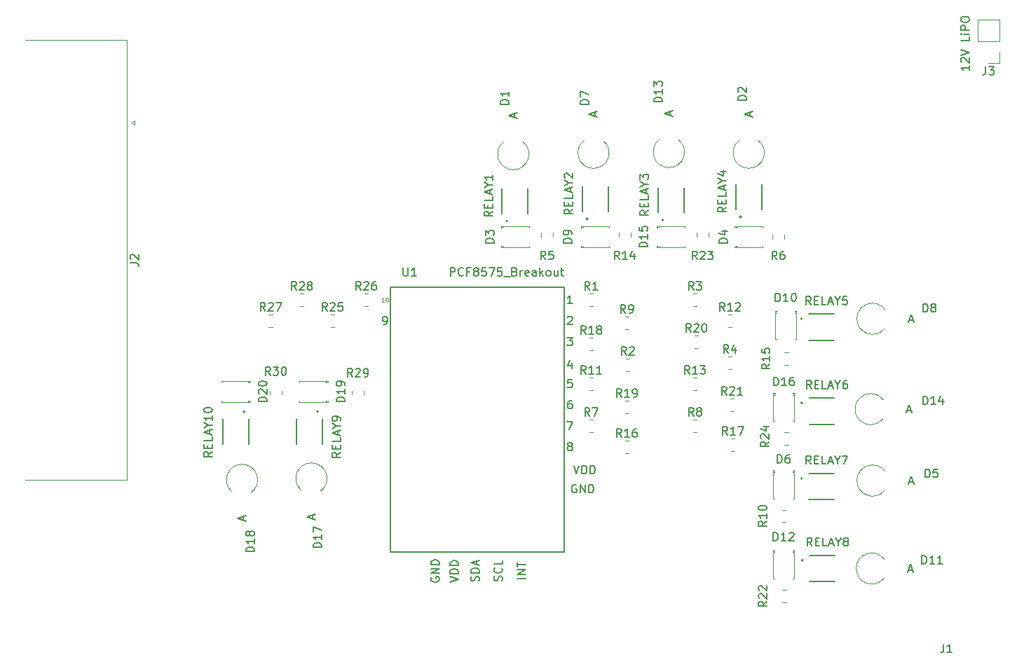
<source format=gbr>
%TF.GenerationSoftware,KiCad,Pcbnew,(6.0.6-0)*%
%TF.CreationDate,2023-04-04T18:07:55-07:00*%
%TF.ProjectId,relay-board,72656c61-792d-4626-9f61-72642e6b6963,rev?*%
%TF.SameCoordinates,Original*%
%TF.FileFunction,Legend,Top*%
%TF.FilePolarity,Positive*%
%FSLAX46Y46*%
G04 Gerber Fmt 4.6, Leading zero omitted, Abs format (unit mm)*
G04 Created by KiCad (PCBNEW (6.0.6-0)) date 2023-04-04 18:07:55*
%MOMM*%
%LPD*%
G01*
G04 APERTURE LIST*
%ADD10C,0.125000*%
%ADD11C,0.150000*%
%ADD12C,0.127000*%
%ADD13C,0.200000*%
%ADD14C,0.120000*%
G04 APERTURE END LIST*
D10*
X124364761Y-66012190D02*
X124079047Y-66012190D01*
X124221904Y-66012190D02*
X124221904Y-65512190D01*
X124174285Y-65583619D01*
X124126666Y-65631238D01*
X124079047Y-65655047D01*
X124674285Y-65512190D02*
X124721904Y-65512190D01*
X124769523Y-65536000D01*
X124793333Y-65559809D01*
X124817142Y-65607428D01*
X124840952Y-65702666D01*
X124840952Y-65821714D01*
X124817142Y-65916952D01*
X124793333Y-65964571D01*
X124769523Y-65988380D01*
X124721904Y-66012190D01*
X124674285Y-66012190D01*
X124626666Y-65988380D01*
X124602857Y-65964571D01*
X124579047Y-65916952D01*
X124555238Y-65821714D01*
X124555238Y-65702666D01*
X124579047Y-65607428D01*
X124602857Y-65559809D01*
X124626666Y-65536000D01*
X124674285Y-65512190D01*
D11*
X124269523Y-68778380D02*
X124460000Y-68778380D01*
X124555238Y-68730761D01*
X124602857Y-68683142D01*
X124698095Y-68540285D01*
X124745714Y-68349809D01*
X124745714Y-67968857D01*
X124698095Y-67873619D01*
X124650476Y-67826000D01*
X124555238Y-67778380D01*
X124364761Y-67778380D01*
X124269523Y-67826000D01*
X124221904Y-67873619D01*
X124174285Y-67968857D01*
X124174285Y-68206952D01*
X124221904Y-68302190D01*
X124269523Y-68349809D01*
X124364761Y-68397428D01*
X124555238Y-68397428D01*
X124650476Y-68349809D01*
X124698095Y-68302190D01*
X124745714Y-68206952D01*
X146716761Y-83446952D02*
X146621523Y-83399333D01*
X146573904Y-83351714D01*
X146526285Y-83256476D01*
X146526285Y-83208857D01*
X146573904Y-83113619D01*
X146621523Y-83066000D01*
X146716761Y-83018380D01*
X146907238Y-83018380D01*
X147002476Y-83066000D01*
X147050095Y-83113619D01*
X147097714Y-83208857D01*
X147097714Y-83256476D01*
X147050095Y-83351714D01*
X147002476Y-83399333D01*
X146907238Y-83446952D01*
X146716761Y-83446952D01*
X146621523Y-83494571D01*
X146573904Y-83542190D01*
X146526285Y-83637428D01*
X146526285Y-83827904D01*
X146573904Y-83923142D01*
X146621523Y-83970761D01*
X146716761Y-84018380D01*
X146907238Y-84018380D01*
X147002476Y-83970761D01*
X147050095Y-83923142D01*
X147097714Y-83827904D01*
X147097714Y-83637428D01*
X147050095Y-83542190D01*
X147002476Y-83494571D01*
X146907238Y-83446952D01*
X146478666Y-80478380D02*
X147145333Y-80478380D01*
X146716761Y-81478380D01*
X147002476Y-77938380D02*
X146812000Y-77938380D01*
X146716761Y-77986000D01*
X146669142Y-78033619D01*
X146573904Y-78176476D01*
X146526285Y-78366952D01*
X146526285Y-78747904D01*
X146573904Y-78843142D01*
X146621523Y-78890761D01*
X146716761Y-78938380D01*
X146907238Y-78938380D01*
X147002476Y-78890761D01*
X147050095Y-78843142D01*
X147097714Y-78747904D01*
X147097714Y-78509809D01*
X147050095Y-78414571D01*
X147002476Y-78366952D01*
X146907238Y-78319333D01*
X146716761Y-78319333D01*
X146621523Y-78366952D01*
X146573904Y-78414571D01*
X146526285Y-78509809D01*
X147050095Y-75398380D02*
X146573904Y-75398380D01*
X146526285Y-75874571D01*
X146573904Y-75826952D01*
X146669142Y-75779333D01*
X146907238Y-75779333D01*
X147002476Y-75826952D01*
X147050095Y-75874571D01*
X147097714Y-75969809D01*
X147097714Y-76207904D01*
X147050095Y-76303142D01*
X147002476Y-76350761D01*
X146907238Y-76398380D01*
X146669142Y-76398380D01*
X146573904Y-76350761D01*
X146526285Y-76303142D01*
X147002476Y-73445714D02*
X147002476Y-74112380D01*
X146764380Y-73064761D02*
X146526285Y-73779047D01*
X147145333Y-73779047D01*
X146478666Y-70318380D02*
X147097714Y-70318380D01*
X146764380Y-70699333D01*
X146907238Y-70699333D01*
X147002476Y-70746952D01*
X147050095Y-70794571D01*
X147097714Y-70889809D01*
X147097714Y-71127904D01*
X147050095Y-71223142D01*
X147002476Y-71270761D01*
X146907238Y-71318380D01*
X146621523Y-71318380D01*
X146526285Y-71270761D01*
X146478666Y-71223142D01*
X146526285Y-67873619D02*
X146573904Y-67826000D01*
X146669142Y-67778380D01*
X146907238Y-67778380D01*
X147002476Y-67826000D01*
X147050095Y-67873619D01*
X147097714Y-67968857D01*
X147097714Y-68064095D01*
X147050095Y-68206952D01*
X146478666Y-68778380D01*
X147097714Y-68778380D01*
X147097714Y-66238380D02*
X146526285Y-66238380D01*
X146812000Y-66238380D02*
X146812000Y-65238380D01*
X146716761Y-65381238D01*
X146621523Y-65476476D01*
X146526285Y-65524095D01*
X147256666Y-85812380D02*
X147590000Y-86812380D01*
X147923333Y-85812380D01*
X148256666Y-86812380D02*
X148256666Y-85812380D01*
X148494761Y-85812380D01*
X148637619Y-85860000D01*
X148732857Y-85955238D01*
X148780476Y-86050476D01*
X148828095Y-86240952D01*
X148828095Y-86383809D01*
X148780476Y-86574285D01*
X148732857Y-86669523D01*
X148637619Y-86764761D01*
X148494761Y-86812380D01*
X148256666Y-86812380D01*
X149256666Y-86812380D02*
X149256666Y-85812380D01*
X149494761Y-85812380D01*
X149637619Y-85860000D01*
X149732857Y-85955238D01*
X149780476Y-86050476D01*
X149828095Y-86240952D01*
X149828095Y-86383809D01*
X149780476Y-86574285D01*
X149732857Y-86669523D01*
X149637619Y-86764761D01*
X149494761Y-86812380D01*
X149256666Y-86812380D01*
X147574095Y-88146000D02*
X147478857Y-88098380D01*
X147336000Y-88098380D01*
X147193142Y-88146000D01*
X147097904Y-88241238D01*
X147050285Y-88336476D01*
X147002666Y-88526952D01*
X147002666Y-88669809D01*
X147050285Y-88860285D01*
X147097904Y-88955523D01*
X147193142Y-89050761D01*
X147336000Y-89098380D01*
X147431238Y-89098380D01*
X147574095Y-89050761D01*
X147621714Y-89003142D01*
X147621714Y-88669809D01*
X147431238Y-88669809D01*
X148050285Y-89098380D02*
X148050285Y-88098380D01*
X148621714Y-89098380D01*
X148621714Y-88098380D01*
X149097904Y-89098380D02*
X149097904Y-88098380D01*
X149336000Y-88098380D01*
X149478857Y-88146000D01*
X149574095Y-88241238D01*
X149621714Y-88336476D01*
X149669333Y-88526952D01*
X149669333Y-88669809D01*
X149621714Y-88860285D01*
X149574095Y-88955523D01*
X149478857Y-89050761D01*
X149336000Y-89098380D01*
X149097904Y-89098380D01*
X141422380Y-99456761D02*
X140422380Y-99456761D01*
X141422380Y-98980571D02*
X140422380Y-98980571D01*
X141422380Y-98409142D01*
X140422380Y-98409142D01*
X140422380Y-98075809D02*
X140422380Y-97504380D01*
X141422380Y-97790095D02*
X140422380Y-97790095D01*
X138580761Y-99742476D02*
X138628380Y-99599619D01*
X138628380Y-99361523D01*
X138580761Y-99266285D01*
X138533142Y-99218666D01*
X138437904Y-99171047D01*
X138342666Y-99171047D01*
X138247428Y-99218666D01*
X138199809Y-99266285D01*
X138152190Y-99361523D01*
X138104571Y-99552000D01*
X138056952Y-99647238D01*
X138009333Y-99694857D01*
X137914095Y-99742476D01*
X137818857Y-99742476D01*
X137723619Y-99694857D01*
X137676000Y-99647238D01*
X137628380Y-99552000D01*
X137628380Y-99313904D01*
X137676000Y-99171047D01*
X138533142Y-98171047D02*
X138580761Y-98218666D01*
X138628380Y-98361523D01*
X138628380Y-98456761D01*
X138580761Y-98599619D01*
X138485523Y-98694857D01*
X138390285Y-98742476D01*
X138199809Y-98790095D01*
X138056952Y-98790095D01*
X137866476Y-98742476D01*
X137771238Y-98694857D01*
X137676000Y-98599619D01*
X137628380Y-98456761D01*
X137628380Y-98361523D01*
X137676000Y-98218666D01*
X137723619Y-98171047D01*
X138628380Y-97266285D02*
X138628380Y-97742476D01*
X137628380Y-97742476D01*
X135786761Y-99766285D02*
X135834380Y-99623428D01*
X135834380Y-99385333D01*
X135786761Y-99290095D01*
X135739142Y-99242476D01*
X135643904Y-99194857D01*
X135548666Y-99194857D01*
X135453428Y-99242476D01*
X135405809Y-99290095D01*
X135358190Y-99385333D01*
X135310571Y-99575809D01*
X135262952Y-99671047D01*
X135215333Y-99718666D01*
X135120095Y-99766285D01*
X135024857Y-99766285D01*
X134929619Y-99718666D01*
X134882000Y-99671047D01*
X134834380Y-99575809D01*
X134834380Y-99337714D01*
X134882000Y-99194857D01*
X135834380Y-98766285D02*
X134834380Y-98766285D01*
X134834380Y-98528190D01*
X134882000Y-98385333D01*
X134977238Y-98290095D01*
X135072476Y-98242476D01*
X135262952Y-98194857D01*
X135405809Y-98194857D01*
X135596285Y-98242476D01*
X135691523Y-98290095D01*
X135786761Y-98385333D01*
X135834380Y-98528190D01*
X135834380Y-98766285D01*
X135548666Y-97813904D02*
X135548666Y-97337714D01*
X135834380Y-97909142D02*
X134834380Y-97575809D01*
X135834380Y-97242476D01*
X132294380Y-99885333D02*
X133294380Y-99552000D01*
X132294380Y-99218666D01*
X133294380Y-98885333D02*
X132294380Y-98885333D01*
X132294380Y-98647238D01*
X132342000Y-98504380D01*
X132437238Y-98409142D01*
X132532476Y-98361523D01*
X132722952Y-98313904D01*
X132865809Y-98313904D01*
X133056285Y-98361523D01*
X133151523Y-98409142D01*
X133246761Y-98504380D01*
X133294380Y-98647238D01*
X133294380Y-98885333D01*
X133294380Y-97885333D02*
X132294380Y-97885333D01*
X132294380Y-97647238D01*
X132342000Y-97504380D01*
X132437238Y-97409142D01*
X132532476Y-97361523D01*
X132722952Y-97313904D01*
X132865809Y-97313904D01*
X133056285Y-97361523D01*
X133151523Y-97409142D01*
X133246761Y-97504380D01*
X133294380Y-97647238D01*
X133294380Y-97885333D01*
X130056000Y-99313904D02*
X130008380Y-99409142D01*
X130008380Y-99552000D01*
X130056000Y-99694857D01*
X130151238Y-99790095D01*
X130246476Y-99837714D01*
X130436952Y-99885333D01*
X130579809Y-99885333D01*
X130770285Y-99837714D01*
X130865523Y-99790095D01*
X130960761Y-99694857D01*
X131008380Y-99552000D01*
X131008380Y-99456761D01*
X130960761Y-99313904D01*
X130913142Y-99266285D01*
X130579809Y-99266285D01*
X130579809Y-99456761D01*
X131008380Y-98837714D02*
X130008380Y-98837714D01*
X131008380Y-98266285D01*
X130008380Y-98266285D01*
X131008380Y-97790095D02*
X130008380Y-97790095D01*
X130008380Y-97552000D01*
X130056000Y-97409142D01*
X130151238Y-97313904D01*
X130246476Y-97266285D01*
X130436952Y-97218666D01*
X130579809Y-97218666D01*
X130770285Y-97266285D01*
X130865523Y-97313904D01*
X130960761Y-97409142D01*
X131008380Y-97552000D01*
X131008380Y-97790095D01*
%TO.C,RELAY9*%
X119070380Y-84227952D02*
X118594190Y-84561285D01*
X119070380Y-84799380D02*
X118070380Y-84799380D01*
X118070380Y-84418428D01*
X118118000Y-84323190D01*
X118165619Y-84275571D01*
X118260857Y-84227952D01*
X118403714Y-84227952D01*
X118498952Y-84275571D01*
X118546571Y-84323190D01*
X118594190Y-84418428D01*
X118594190Y-84799380D01*
X118546571Y-83799380D02*
X118546571Y-83466047D01*
X119070380Y-83323190D02*
X119070380Y-83799380D01*
X118070380Y-83799380D01*
X118070380Y-83323190D01*
X119070380Y-82418428D02*
X119070380Y-82894619D01*
X118070380Y-82894619D01*
X118784666Y-82132714D02*
X118784666Y-81656523D01*
X119070380Y-82227952D02*
X118070380Y-81894619D01*
X119070380Y-81561285D01*
X118594190Y-81037476D02*
X119070380Y-81037476D01*
X118070380Y-81370809D02*
X118594190Y-81037476D01*
X118070380Y-80704142D01*
X119070380Y-80323190D02*
X119070380Y-80132714D01*
X119022761Y-80037476D01*
X118975142Y-79989857D01*
X118832285Y-79894619D01*
X118641809Y-79847000D01*
X118260857Y-79847000D01*
X118165619Y-79894619D01*
X118118000Y-79942238D01*
X118070380Y-80037476D01*
X118070380Y-80227952D01*
X118118000Y-80323190D01*
X118165619Y-80370809D01*
X118260857Y-80418428D01*
X118498952Y-80418428D01*
X118594190Y-80370809D01*
X118641809Y-80323190D01*
X118689428Y-80227952D01*
X118689428Y-80037476D01*
X118641809Y-79942238D01*
X118594190Y-79894619D01*
X118498952Y-79847000D01*
%TO.C,RELAY10*%
X103576380Y-84145142D02*
X103100190Y-84478476D01*
X103576380Y-84716571D02*
X102576380Y-84716571D01*
X102576380Y-84335619D01*
X102624000Y-84240380D01*
X102671619Y-84192761D01*
X102766857Y-84145142D01*
X102909714Y-84145142D01*
X103004952Y-84192761D01*
X103052571Y-84240380D01*
X103100190Y-84335619D01*
X103100190Y-84716571D01*
X103052571Y-83716571D02*
X103052571Y-83383238D01*
X103576380Y-83240380D02*
X103576380Y-83716571D01*
X102576380Y-83716571D01*
X102576380Y-83240380D01*
X103576380Y-82335619D02*
X103576380Y-82811809D01*
X102576380Y-82811809D01*
X103290666Y-82049904D02*
X103290666Y-81573714D01*
X103576380Y-82145142D02*
X102576380Y-81811809D01*
X103576380Y-81478476D01*
X103100190Y-80954666D02*
X103576380Y-80954666D01*
X102576380Y-81288000D02*
X103100190Y-80954666D01*
X102576380Y-80621333D01*
X103576380Y-79764190D02*
X103576380Y-80335619D01*
X103576380Y-80049904D02*
X102576380Y-80049904D01*
X102719238Y-80145142D01*
X102814476Y-80240380D01*
X102862095Y-80335619D01*
X102576380Y-79145142D02*
X102576380Y-79049904D01*
X102624000Y-78954666D01*
X102671619Y-78907047D01*
X102766857Y-78859428D01*
X102957333Y-78811809D01*
X103195428Y-78811809D01*
X103385904Y-78859428D01*
X103481142Y-78907047D01*
X103528761Y-78954666D01*
X103576380Y-79049904D01*
X103576380Y-79145142D01*
X103528761Y-79240380D01*
X103481142Y-79288000D01*
X103385904Y-79335619D01*
X103195428Y-79383238D01*
X102957333Y-79383238D01*
X102766857Y-79335619D01*
X102671619Y-79288000D01*
X102624000Y-79240380D01*
X102576380Y-79145142D01*
%TO.C,RELAY8*%
X176037047Y-95534380D02*
X175703714Y-95058190D01*
X175465619Y-95534380D02*
X175465619Y-94534380D01*
X175846571Y-94534380D01*
X175941809Y-94582000D01*
X175989428Y-94629619D01*
X176037047Y-94724857D01*
X176037047Y-94867714D01*
X175989428Y-94962952D01*
X175941809Y-95010571D01*
X175846571Y-95058190D01*
X175465619Y-95058190D01*
X176465619Y-95010571D02*
X176798952Y-95010571D01*
X176941809Y-95534380D02*
X176465619Y-95534380D01*
X176465619Y-94534380D01*
X176941809Y-94534380D01*
X177846571Y-95534380D02*
X177370380Y-95534380D01*
X177370380Y-94534380D01*
X178132285Y-95248666D02*
X178608476Y-95248666D01*
X178037047Y-95534380D02*
X178370380Y-94534380D01*
X178703714Y-95534380D01*
X179227523Y-95058190D02*
X179227523Y-95534380D01*
X178894190Y-94534380D02*
X179227523Y-95058190D01*
X179560857Y-94534380D01*
X180037047Y-94962952D02*
X179941809Y-94915333D01*
X179894190Y-94867714D01*
X179846571Y-94772476D01*
X179846571Y-94724857D01*
X179894190Y-94629619D01*
X179941809Y-94582000D01*
X180037047Y-94534380D01*
X180227523Y-94534380D01*
X180322761Y-94582000D01*
X180370380Y-94629619D01*
X180418000Y-94724857D01*
X180418000Y-94772476D01*
X180370380Y-94867714D01*
X180322761Y-94915333D01*
X180227523Y-94962952D01*
X180037047Y-94962952D01*
X179941809Y-95010571D01*
X179894190Y-95058190D01*
X179846571Y-95153428D01*
X179846571Y-95343904D01*
X179894190Y-95439142D01*
X179941809Y-95486761D01*
X180037047Y-95534380D01*
X180227523Y-95534380D01*
X180322761Y-95486761D01*
X180370380Y-95439142D01*
X180418000Y-95343904D01*
X180418000Y-95153428D01*
X180370380Y-95058190D01*
X180322761Y-95010571D01*
X180227523Y-94962952D01*
%TO.C,RELAY7*%
X175920047Y-85628380D02*
X175586714Y-85152190D01*
X175348619Y-85628380D02*
X175348619Y-84628380D01*
X175729571Y-84628380D01*
X175824809Y-84676000D01*
X175872428Y-84723619D01*
X175920047Y-84818857D01*
X175920047Y-84961714D01*
X175872428Y-85056952D01*
X175824809Y-85104571D01*
X175729571Y-85152190D01*
X175348619Y-85152190D01*
X176348619Y-85104571D02*
X176681952Y-85104571D01*
X176824809Y-85628380D02*
X176348619Y-85628380D01*
X176348619Y-84628380D01*
X176824809Y-84628380D01*
X177729571Y-85628380D02*
X177253380Y-85628380D01*
X177253380Y-84628380D01*
X178015285Y-85342666D02*
X178491476Y-85342666D01*
X177920047Y-85628380D02*
X178253380Y-84628380D01*
X178586714Y-85628380D01*
X179110523Y-85152190D02*
X179110523Y-85628380D01*
X178777190Y-84628380D02*
X179110523Y-85152190D01*
X179443857Y-84628380D01*
X179681952Y-84628380D02*
X180348619Y-84628380D01*
X179920047Y-85628380D01*
%TO.C,RELAY6*%
X175960047Y-76525380D02*
X175626714Y-76049190D01*
X175388619Y-76525380D02*
X175388619Y-75525380D01*
X175769571Y-75525380D01*
X175864809Y-75573000D01*
X175912428Y-75620619D01*
X175960047Y-75715857D01*
X175960047Y-75858714D01*
X175912428Y-75953952D01*
X175864809Y-76001571D01*
X175769571Y-76049190D01*
X175388619Y-76049190D01*
X176388619Y-76001571D02*
X176721952Y-76001571D01*
X176864809Y-76525380D02*
X176388619Y-76525380D01*
X176388619Y-75525380D01*
X176864809Y-75525380D01*
X177769571Y-76525380D02*
X177293380Y-76525380D01*
X177293380Y-75525380D01*
X178055285Y-76239666D02*
X178531476Y-76239666D01*
X177960047Y-76525380D02*
X178293380Y-75525380D01*
X178626714Y-76525380D01*
X179150523Y-76049190D02*
X179150523Y-76525380D01*
X178817190Y-75525380D02*
X179150523Y-76049190D01*
X179483857Y-75525380D01*
X180245761Y-75525380D02*
X180055285Y-75525380D01*
X179960047Y-75573000D01*
X179912428Y-75620619D01*
X179817190Y-75763476D01*
X179769571Y-75953952D01*
X179769571Y-76334904D01*
X179817190Y-76430142D01*
X179864809Y-76477761D01*
X179960047Y-76525380D01*
X180150523Y-76525380D01*
X180245761Y-76477761D01*
X180293380Y-76430142D01*
X180341000Y-76334904D01*
X180341000Y-76096809D01*
X180293380Y-76001571D01*
X180245761Y-75953952D01*
X180150523Y-75906333D01*
X179960047Y-75906333D01*
X179864809Y-75953952D01*
X179817190Y-76001571D01*
X179769571Y-76096809D01*
%TO.C,RELAY5*%
X175920047Y-66365380D02*
X175586714Y-65889190D01*
X175348619Y-66365380D02*
X175348619Y-65365380D01*
X175729571Y-65365380D01*
X175824809Y-65413000D01*
X175872428Y-65460619D01*
X175920047Y-65555857D01*
X175920047Y-65698714D01*
X175872428Y-65793952D01*
X175824809Y-65841571D01*
X175729571Y-65889190D01*
X175348619Y-65889190D01*
X176348619Y-65841571D02*
X176681952Y-65841571D01*
X176824809Y-66365380D02*
X176348619Y-66365380D01*
X176348619Y-65365380D01*
X176824809Y-65365380D01*
X177729571Y-66365380D02*
X177253380Y-66365380D01*
X177253380Y-65365380D01*
X178015285Y-66079666D02*
X178491476Y-66079666D01*
X177920047Y-66365380D02*
X178253380Y-65365380D01*
X178586714Y-66365380D01*
X179110523Y-65889190D02*
X179110523Y-66365380D01*
X178777190Y-65365380D02*
X179110523Y-65889190D01*
X179443857Y-65365380D01*
X180253380Y-65365380D02*
X179777190Y-65365380D01*
X179729571Y-65841571D01*
X179777190Y-65793952D01*
X179872428Y-65746333D01*
X180110523Y-65746333D01*
X180205761Y-65793952D01*
X180253380Y-65841571D01*
X180301000Y-65936809D01*
X180301000Y-66174904D01*
X180253380Y-66270142D01*
X180205761Y-66317761D01*
X180110523Y-66365380D01*
X179872428Y-66365380D01*
X179777190Y-66317761D01*
X179729571Y-66270142D01*
%TO.C,RELAY1*%
X137444380Y-55084952D02*
X136968190Y-55418285D01*
X137444380Y-55656380D02*
X136444380Y-55656380D01*
X136444380Y-55275428D01*
X136492000Y-55180190D01*
X136539619Y-55132571D01*
X136634857Y-55084952D01*
X136777714Y-55084952D01*
X136872952Y-55132571D01*
X136920571Y-55180190D01*
X136968190Y-55275428D01*
X136968190Y-55656380D01*
X136920571Y-54656380D02*
X136920571Y-54323047D01*
X137444380Y-54180190D02*
X137444380Y-54656380D01*
X136444380Y-54656380D01*
X136444380Y-54180190D01*
X137444380Y-53275428D02*
X137444380Y-53751619D01*
X136444380Y-53751619D01*
X137158666Y-52989714D02*
X137158666Y-52513523D01*
X137444380Y-53084952D02*
X136444380Y-52751619D01*
X137444380Y-52418285D01*
X136968190Y-51894476D02*
X137444380Y-51894476D01*
X136444380Y-52227809D02*
X136968190Y-51894476D01*
X136444380Y-51561142D01*
X137444380Y-50704000D02*
X137444380Y-51275428D01*
X137444380Y-50989714D02*
X136444380Y-50989714D01*
X136587238Y-51084952D01*
X136682476Y-51180190D01*
X136730095Y-51275428D01*
%TO.C,RELAY2*%
X147137380Y-54839952D02*
X146661190Y-55173285D01*
X147137380Y-55411380D02*
X146137380Y-55411380D01*
X146137380Y-55030428D01*
X146185000Y-54935190D01*
X146232619Y-54887571D01*
X146327857Y-54839952D01*
X146470714Y-54839952D01*
X146565952Y-54887571D01*
X146613571Y-54935190D01*
X146661190Y-55030428D01*
X146661190Y-55411380D01*
X146613571Y-54411380D02*
X146613571Y-54078047D01*
X147137380Y-53935190D02*
X147137380Y-54411380D01*
X146137380Y-54411380D01*
X146137380Y-53935190D01*
X147137380Y-53030428D02*
X147137380Y-53506619D01*
X146137380Y-53506619D01*
X146851666Y-52744714D02*
X146851666Y-52268523D01*
X147137380Y-52839952D02*
X146137380Y-52506619D01*
X147137380Y-52173285D01*
X146661190Y-51649476D02*
X147137380Y-51649476D01*
X146137380Y-51982809D02*
X146661190Y-51649476D01*
X146137380Y-51316142D01*
X146232619Y-51030428D02*
X146185000Y-50982809D01*
X146137380Y-50887571D01*
X146137380Y-50649476D01*
X146185000Y-50554238D01*
X146232619Y-50506619D01*
X146327857Y-50459000D01*
X146423095Y-50459000D01*
X146565952Y-50506619D01*
X147137380Y-51078047D01*
X147137380Y-50459000D01*
%TO.C,RELAY3*%
X156281380Y-54976952D02*
X155805190Y-55310285D01*
X156281380Y-55548380D02*
X155281380Y-55548380D01*
X155281380Y-55167428D01*
X155329000Y-55072190D01*
X155376619Y-55024571D01*
X155471857Y-54976952D01*
X155614714Y-54976952D01*
X155709952Y-55024571D01*
X155757571Y-55072190D01*
X155805190Y-55167428D01*
X155805190Y-55548380D01*
X155757571Y-54548380D02*
X155757571Y-54215047D01*
X156281380Y-54072190D02*
X156281380Y-54548380D01*
X155281380Y-54548380D01*
X155281380Y-54072190D01*
X156281380Y-53167428D02*
X156281380Y-53643619D01*
X155281380Y-53643619D01*
X155995666Y-52881714D02*
X155995666Y-52405523D01*
X156281380Y-52976952D02*
X155281380Y-52643619D01*
X156281380Y-52310285D01*
X155805190Y-51786476D02*
X156281380Y-51786476D01*
X155281380Y-52119809D02*
X155805190Y-51786476D01*
X155281380Y-51453142D01*
X155281380Y-51215047D02*
X155281380Y-50596000D01*
X155662333Y-50929333D01*
X155662333Y-50786476D01*
X155709952Y-50691238D01*
X155757571Y-50643619D01*
X155852809Y-50596000D01*
X156090904Y-50596000D01*
X156186142Y-50643619D01*
X156233761Y-50691238D01*
X156281380Y-50786476D01*
X156281380Y-51072190D01*
X156233761Y-51167428D01*
X156186142Y-51215047D01*
%TO.C,RELAY4*%
X165679380Y-54585952D02*
X165203190Y-54919285D01*
X165679380Y-55157380D02*
X164679380Y-55157380D01*
X164679380Y-54776428D01*
X164727000Y-54681190D01*
X164774619Y-54633571D01*
X164869857Y-54585952D01*
X165012714Y-54585952D01*
X165107952Y-54633571D01*
X165155571Y-54681190D01*
X165203190Y-54776428D01*
X165203190Y-55157380D01*
X165155571Y-54157380D02*
X165155571Y-53824047D01*
X165679380Y-53681190D02*
X165679380Y-54157380D01*
X164679380Y-54157380D01*
X164679380Y-53681190D01*
X165679380Y-52776428D02*
X165679380Y-53252619D01*
X164679380Y-53252619D01*
X165393666Y-52490714D02*
X165393666Y-52014523D01*
X165679380Y-52585952D02*
X164679380Y-52252619D01*
X165679380Y-51919285D01*
X165203190Y-51395476D02*
X165679380Y-51395476D01*
X164679380Y-51728809D02*
X165203190Y-51395476D01*
X164679380Y-51062142D01*
X165012714Y-50300238D02*
X165679380Y-50300238D01*
X164631761Y-50538333D02*
X165346047Y-50776428D01*
X165346047Y-50157380D01*
%TO.C,D14*%
X189453714Y-78430380D02*
X189453714Y-77430380D01*
X189691809Y-77430380D01*
X189834666Y-77478000D01*
X189929904Y-77573238D01*
X189977523Y-77668476D01*
X190025142Y-77858952D01*
X190025142Y-78001809D01*
X189977523Y-78192285D01*
X189929904Y-78287523D01*
X189834666Y-78382761D01*
X189691809Y-78430380D01*
X189453714Y-78430380D01*
X190977523Y-78430380D02*
X190406095Y-78430380D01*
X190691809Y-78430380D02*
X190691809Y-77430380D01*
X190596571Y-77573238D01*
X190501333Y-77668476D01*
X190406095Y-77716095D01*
X191834666Y-77763714D02*
X191834666Y-78430380D01*
X191596571Y-77382761D02*
X191358476Y-78097047D01*
X191977523Y-78097047D01*
X187555904Y-79160666D02*
X188032095Y-79160666D01*
X187460666Y-79446380D02*
X187794000Y-78446380D01*
X188127333Y-79446380D01*
%TO.C,D3*%
X137612380Y-58904095D02*
X136612380Y-58904095D01*
X136612380Y-58666000D01*
X136660000Y-58523142D01*
X136755238Y-58427904D01*
X136850476Y-58380285D01*
X137040952Y-58332666D01*
X137183809Y-58332666D01*
X137374285Y-58380285D01*
X137469523Y-58427904D01*
X137564761Y-58523142D01*
X137612380Y-58666000D01*
X137612380Y-58904095D01*
X136612380Y-57999333D02*
X136612380Y-57380285D01*
X136993333Y-57713619D01*
X136993333Y-57570761D01*
X137040952Y-57475523D01*
X137088571Y-57427904D01*
X137183809Y-57380285D01*
X137421904Y-57380285D01*
X137517142Y-57427904D01*
X137564761Y-57475523D01*
X137612380Y-57570761D01*
X137612380Y-57856476D01*
X137564761Y-57951714D01*
X137517142Y-57999333D01*
%TO.C,D7*%
X149083380Y-42149095D02*
X148083380Y-42149095D01*
X148083380Y-41911000D01*
X148131000Y-41768142D01*
X148226238Y-41672904D01*
X148321476Y-41625285D01*
X148511952Y-41577666D01*
X148654809Y-41577666D01*
X148845285Y-41625285D01*
X148940523Y-41672904D01*
X149035761Y-41768142D01*
X149083380Y-41911000D01*
X149083380Y-42149095D01*
X148083380Y-41244333D02*
X148083380Y-40577666D01*
X149083380Y-41006238D01*
X149813666Y-43593095D02*
X149813666Y-43116904D01*
X150099380Y-43688333D02*
X149099380Y-43355000D01*
X150099380Y-43021666D01*
%TO.C,D9*%
X147005380Y-58904095D02*
X146005380Y-58904095D01*
X146005380Y-58666000D01*
X146053000Y-58523142D01*
X146148238Y-58427904D01*
X146243476Y-58380285D01*
X146433952Y-58332666D01*
X146576809Y-58332666D01*
X146767285Y-58380285D01*
X146862523Y-58427904D01*
X146957761Y-58523142D01*
X147005380Y-58666000D01*
X147005380Y-58904095D01*
X147005380Y-57856476D02*
X147005380Y-57666000D01*
X146957761Y-57570761D01*
X146910142Y-57523142D01*
X146767285Y-57427904D01*
X146576809Y-57380285D01*
X146195857Y-57380285D01*
X146100619Y-57427904D01*
X146053000Y-57475523D01*
X146005380Y-57570761D01*
X146005380Y-57761238D01*
X146053000Y-57856476D01*
X146100619Y-57904095D01*
X146195857Y-57951714D01*
X146433952Y-57951714D01*
X146529190Y-57904095D01*
X146576809Y-57856476D01*
X146624428Y-57761238D01*
X146624428Y-57570761D01*
X146576809Y-57475523D01*
X146529190Y-57427904D01*
X146433952Y-57380285D01*
%TO.C,R8*%
X161734833Y-79828380D02*
X161401500Y-79352190D01*
X161163404Y-79828380D02*
X161163404Y-78828380D01*
X161544357Y-78828380D01*
X161639595Y-78876000D01*
X161687214Y-78923619D01*
X161734833Y-79018857D01*
X161734833Y-79161714D01*
X161687214Y-79256952D01*
X161639595Y-79304571D01*
X161544357Y-79352190D01*
X161163404Y-79352190D01*
X162306261Y-79256952D02*
X162211023Y-79209333D01*
X162163404Y-79161714D01*
X162115785Y-79066476D01*
X162115785Y-79018857D01*
X162163404Y-78923619D01*
X162211023Y-78876000D01*
X162306261Y-78828380D01*
X162496738Y-78828380D01*
X162591976Y-78876000D01*
X162639595Y-78923619D01*
X162687214Y-79018857D01*
X162687214Y-79066476D01*
X162639595Y-79161714D01*
X162591976Y-79209333D01*
X162496738Y-79256952D01*
X162306261Y-79256952D01*
X162211023Y-79304571D01*
X162163404Y-79352190D01*
X162115785Y-79447428D01*
X162115785Y-79637904D01*
X162163404Y-79733142D01*
X162211023Y-79780761D01*
X162306261Y-79828380D01*
X162496738Y-79828380D01*
X162591976Y-79780761D01*
X162639595Y-79733142D01*
X162687214Y-79637904D01*
X162687214Y-79447428D01*
X162639595Y-79352190D01*
X162591976Y-79304571D01*
X162496738Y-79256952D01*
%TO.C,U1*%
X126666595Y-61903880D02*
X126666595Y-62713404D01*
X126714214Y-62808642D01*
X126761833Y-62856261D01*
X126857071Y-62903880D01*
X127047547Y-62903880D01*
X127142785Y-62856261D01*
X127190404Y-62808642D01*
X127238023Y-62713404D01*
X127238023Y-61903880D01*
X128238023Y-62903880D02*
X127666595Y-62903880D01*
X127952309Y-62903880D02*
X127952309Y-61903880D01*
X127857071Y-62046738D01*
X127761833Y-62141976D01*
X127666595Y-62189595D01*
X132366595Y-62903880D02*
X132366595Y-61903880D01*
X132747547Y-61903880D01*
X132842785Y-61951500D01*
X132890404Y-61999119D01*
X132938023Y-62094357D01*
X132938023Y-62237214D01*
X132890404Y-62332452D01*
X132842785Y-62380071D01*
X132747547Y-62427690D01*
X132366595Y-62427690D01*
X133938023Y-62808642D02*
X133890404Y-62856261D01*
X133747547Y-62903880D01*
X133652309Y-62903880D01*
X133509452Y-62856261D01*
X133414214Y-62761023D01*
X133366595Y-62665785D01*
X133318976Y-62475309D01*
X133318976Y-62332452D01*
X133366595Y-62141976D01*
X133414214Y-62046738D01*
X133509452Y-61951500D01*
X133652309Y-61903880D01*
X133747547Y-61903880D01*
X133890404Y-61951500D01*
X133938023Y-61999119D01*
X134699928Y-62380071D02*
X134366595Y-62380071D01*
X134366595Y-62903880D02*
X134366595Y-61903880D01*
X134842785Y-61903880D01*
X135366595Y-62332452D02*
X135271357Y-62284833D01*
X135223738Y-62237214D01*
X135176119Y-62141976D01*
X135176119Y-62094357D01*
X135223738Y-61999119D01*
X135271357Y-61951500D01*
X135366595Y-61903880D01*
X135557071Y-61903880D01*
X135652309Y-61951500D01*
X135699928Y-61999119D01*
X135747547Y-62094357D01*
X135747547Y-62141976D01*
X135699928Y-62237214D01*
X135652309Y-62284833D01*
X135557071Y-62332452D01*
X135366595Y-62332452D01*
X135271357Y-62380071D01*
X135223738Y-62427690D01*
X135176119Y-62522928D01*
X135176119Y-62713404D01*
X135223738Y-62808642D01*
X135271357Y-62856261D01*
X135366595Y-62903880D01*
X135557071Y-62903880D01*
X135652309Y-62856261D01*
X135699928Y-62808642D01*
X135747547Y-62713404D01*
X135747547Y-62522928D01*
X135699928Y-62427690D01*
X135652309Y-62380071D01*
X135557071Y-62332452D01*
X136652309Y-61903880D02*
X136176119Y-61903880D01*
X136128500Y-62380071D01*
X136176119Y-62332452D01*
X136271357Y-62284833D01*
X136509452Y-62284833D01*
X136604690Y-62332452D01*
X136652309Y-62380071D01*
X136699928Y-62475309D01*
X136699928Y-62713404D01*
X136652309Y-62808642D01*
X136604690Y-62856261D01*
X136509452Y-62903880D01*
X136271357Y-62903880D01*
X136176119Y-62856261D01*
X136128500Y-62808642D01*
X137033261Y-61903880D02*
X137699928Y-61903880D01*
X137271357Y-62903880D01*
X138557071Y-61903880D02*
X138080880Y-61903880D01*
X138033261Y-62380071D01*
X138080880Y-62332452D01*
X138176119Y-62284833D01*
X138414214Y-62284833D01*
X138509452Y-62332452D01*
X138557071Y-62380071D01*
X138604690Y-62475309D01*
X138604690Y-62713404D01*
X138557071Y-62808642D01*
X138509452Y-62856261D01*
X138414214Y-62903880D01*
X138176119Y-62903880D01*
X138080880Y-62856261D01*
X138033261Y-62808642D01*
X138795166Y-62999119D02*
X139557071Y-62999119D01*
X140128500Y-62380071D02*
X140271357Y-62427690D01*
X140318976Y-62475309D01*
X140366595Y-62570547D01*
X140366595Y-62713404D01*
X140318976Y-62808642D01*
X140271357Y-62856261D01*
X140176119Y-62903880D01*
X139795166Y-62903880D01*
X139795166Y-61903880D01*
X140128500Y-61903880D01*
X140223738Y-61951500D01*
X140271357Y-61999119D01*
X140318976Y-62094357D01*
X140318976Y-62189595D01*
X140271357Y-62284833D01*
X140223738Y-62332452D01*
X140128500Y-62380071D01*
X139795166Y-62380071D01*
X140795166Y-62903880D02*
X140795166Y-62237214D01*
X140795166Y-62427690D02*
X140842785Y-62332452D01*
X140890404Y-62284833D01*
X140985642Y-62237214D01*
X141080880Y-62237214D01*
X141795166Y-62856261D02*
X141699928Y-62903880D01*
X141509452Y-62903880D01*
X141414214Y-62856261D01*
X141366595Y-62761023D01*
X141366595Y-62380071D01*
X141414214Y-62284833D01*
X141509452Y-62237214D01*
X141699928Y-62237214D01*
X141795166Y-62284833D01*
X141842785Y-62380071D01*
X141842785Y-62475309D01*
X141366595Y-62570547D01*
X142699928Y-62903880D02*
X142699928Y-62380071D01*
X142652309Y-62284833D01*
X142557071Y-62237214D01*
X142366595Y-62237214D01*
X142271357Y-62284833D01*
X142699928Y-62856261D02*
X142604690Y-62903880D01*
X142366595Y-62903880D01*
X142271357Y-62856261D01*
X142223738Y-62761023D01*
X142223738Y-62665785D01*
X142271357Y-62570547D01*
X142366595Y-62522928D01*
X142604690Y-62522928D01*
X142699928Y-62475309D01*
X143176119Y-62903880D02*
X143176119Y-61903880D01*
X143271357Y-62522928D02*
X143557071Y-62903880D01*
X143557071Y-62237214D02*
X143176119Y-62618166D01*
X144128500Y-62903880D02*
X144033261Y-62856261D01*
X143985642Y-62808642D01*
X143938023Y-62713404D01*
X143938023Y-62427690D01*
X143985642Y-62332452D01*
X144033261Y-62284833D01*
X144128500Y-62237214D01*
X144271357Y-62237214D01*
X144366595Y-62284833D01*
X144414214Y-62332452D01*
X144461833Y-62427690D01*
X144461833Y-62713404D01*
X144414214Y-62808642D01*
X144366595Y-62856261D01*
X144271357Y-62903880D01*
X144128500Y-62903880D01*
X145318976Y-62237214D02*
X145318976Y-62903880D01*
X144890404Y-62237214D02*
X144890404Y-62761023D01*
X144938023Y-62856261D01*
X145033261Y-62903880D01*
X145176119Y-62903880D01*
X145271357Y-62856261D01*
X145318976Y-62808642D01*
X145652309Y-62237214D02*
X146033261Y-62237214D01*
X145795166Y-61903880D02*
X145795166Y-62761023D01*
X145842785Y-62856261D01*
X145938023Y-62903880D01*
X146033261Y-62903880D01*
%TO.C,R9*%
X153503333Y-67382380D02*
X153170000Y-66906190D01*
X152931904Y-67382380D02*
X152931904Y-66382380D01*
X153312857Y-66382380D01*
X153408095Y-66430000D01*
X153455714Y-66477619D01*
X153503333Y-66572857D01*
X153503333Y-66715714D01*
X153455714Y-66810952D01*
X153408095Y-66858571D01*
X153312857Y-66906190D01*
X152931904Y-66906190D01*
X153979523Y-67382380D02*
X154170000Y-67382380D01*
X154265238Y-67334761D01*
X154312857Y-67287142D01*
X154408095Y-67144285D01*
X154455714Y-66953809D01*
X154455714Y-66572857D01*
X154408095Y-66477619D01*
X154360476Y-66430000D01*
X154265238Y-66382380D01*
X154074761Y-66382380D01*
X153979523Y-66430000D01*
X153931904Y-66477619D01*
X153884285Y-66572857D01*
X153884285Y-66810952D01*
X153931904Y-66906190D01*
X153979523Y-66953809D01*
X154074761Y-67001428D01*
X154265238Y-67001428D01*
X154360476Y-66953809D01*
X154408095Y-66906190D01*
X154455714Y-66810952D01*
%TO.C,R27*%
X109997642Y-67128380D02*
X109664309Y-66652190D01*
X109426214Y-67128380D02*
X109426214Y-66128380D01*
X109807166Y-66128380D01*
X109902404Y-66176000D01*
X109950023Y-66223619D01*
X109997642Y-66318857D01*
X109997642Y-66461714D01*
X109950023Y-66556952D01*
X109902404Y-66604571D01*
X109807166Y-66652190D01*
X109426214Y-66652190D01*
X110378595Y-66223619D02*
X110426214Y-66176000D01*
X110521452Y-66128380D01*
X110759547Y-66128380D01*
X110854785Y-66176000D01*
X110902404Y-66223619D01*
X110950023Y-66318857D01*
X110950023Y-66414095D01*
X110902404Y-66556952D01*
X110330976Y-67128380D01*
X110950023Y-67128380D01*
X111283357Y-66128380D02*
X111950023Y-66128380D01*
X111521452Y-67128380D01*
%TO.C,R25*%
X117467142Y-67128380D02*
X117133809Y-66652190D01*
X116895714Y-67128380D02*
X116895714Y-66128380D01*
X117276666Y-66128380D01*
X117371904Y-66176000D01*
X117419523Y-66223619D01*
X117467142Y-66318857D01*
X117467142Y-66461714D01*
X117419523Y-66556952D01*
X117371904Y-66604571D01*
X117276666Y-66652190D01*
X116895714Y-66652190D01*
X117848095Y-66223619D02*
X117895714Y-66176000D01*
X117990952Y-66128380D01*
X118229047Y-66128380D01*
X118324285Y-66176000D01*
X118371904Y-66223619D01*
X118419523Y-66318857D01*
X118419523Y-66414095D01*
X118371904Y-66556952D01*
X117800476Y-67128380D01*
X118419523Y-67128380D01*
X119324285Y-66128380D02*
X118848095Y-66128380D01*
X118800476Y-66604571D01*
X118848095Y-66556952D01*
X118943333Y-66509333D01*
X119181428Y-66509333D01*
X119276666Y-66556952D01*
X119324285Y-66604571D01*
X119371904Y-66699809D01*
X119371904Y-66937904D01*
X119324285Y-67033142D01*
X119276666Y-67080761D01*
X119181428Y-67128380D01*
X118943333Y-67128380D01*
X118848095Y-67080761D01*
X118800476Y-67033142D01*
%TO.C,D20*%
X110185380Y-78090285D02*
X109185380Y-78090285D01*
X109185380Y-77852190D01*
X109233000Y-77709333D01*
X109328238Y-77614095D01*
X109423476Y-77566476D01*
X109613952Y-77518857D01*
X109756809Y-77518857D01*
X109947285Y-77566476D01*
X110042523Y-77614095D01*
X110137761Y-77709333D01*
X110185380Y-77852190D01*
X110185380Y-78090285D01*
X109280619Y-77137904D02*
X109233000Y-77090285D01*
X109185380Y-76995047D01*
X109185380Y-76756952D01*
X109233000Y-76661714D01*
X109280619Y-76614095D01*
X109375857Y-76566476D01*
X109471095Y-76566476D01*
X109613952Y-76614095D01*
X110185380Y-77185523D01*
X110185380Y-76566476D01*
X109185380Y-75947428D02*
X109185380Y-75852190D01*
X109233000Y-75756952D01*
X109280619Y-75709333D01*
X109375857Y-75661714D01*
X109566333Y-75614095D01*
X109804428Y-75614095D01*
X109994904Y-75661714D01*
X110090142Y-75709333D01*
X110137761Y-75756952D01*
X110185380Y-75852190D01*
X110185380Y-75947428D01*
X110137761Y-76042666D01*
X110090142Y-76090285D01*
X109994904Y-76137904D01*
X109804428Y-76185523D01*
X109566333Y-76185523D01*
X109375857Y-76137904D01*
X109280619Y-76090285D01*
X109233000Y-76042666D01*
X109185380Y-75947428D01*
%TO.C,R23*%
X162171142Y-60904380D02*
X161837809Y-60428190D01*
X161599714Y-60904380D02*
X161599714Y-59904380D01*
X161980666Y-59904380D01*
X162075904Y-59952000D01*
X162123523Y-59999619D01*
X162171142Y-60094857D01*
X162171142Y-60237714D01*
X162123523Y-60332952D01*
X162075904Y-60380571D01*
X161980666Y-60428190D01*
X161599714Y-60428190D01*
X162552095Y-59999619D02*
X162599714Y-59952000D01*
X162694952Y-59904380D01*
X162933047Y-59904380D01*
X163028285Y-59952000D01*
X163075904Y-59999619D01*
X163123523Y-60094857D01*
X163123523Y-60190095D01*
X163075904Y-60332952D01*
X162504476Y-60904380D01*
X163123523Y-60904380D01*
X163456857Y-59904380D02*
X164075904Y-59904380D01*
X163742571Y-60285333D01*
X163885428Y-60285333D01*
X163980666Y-60332952D01*
X164028285Y-60380571D01*
X164075904Y-60475809D01*
X164075904Y-60713904D01*
X164028285Y-60809142D01*
X163980666Y-60856761D01*
X163885428Y-60904380D01*
X163599714Y-60904380D01*
X163504476Y-60856761D01*
X163456857Y-60809142D01*
%TO.C,R3*%
X161734833Y-64588380D02*
X161401500Y-64112190D01*
X161163404Y-64588380D02*
X161163404Y-63588380D01*
X161544357Y-63588380D01*
X161639595Y-63636000D01*
X161687214Y-63683619D01*
X161734833Y-63778857D01*
X161734833Y-63921714D01*
X161687214Y-64016952D01*
X161639595Y-64064571D01*
X161544357Y-64112190D01*
X161163404Y-64112190D01*
X162068166Y-63588380D02*
X162687214Y-63588380D01*
X162353880Y-63969333D01*
X162496738Y-63969333D01*
X162591976Y-64016952D01*
X162639595Y-64064571D01*
X162687214Y-64159809D01*
X162687214Y-64397904D01*
X162639595Y-64493142D01*
X162591976Y-64540761D01*
X162496738Y-64588380D01*
X162211023Y-64588380D01*
X162115785Y-64540761D01*
X162068166Y-64493142D01*
%TO.C,R19*%
X153027142Y-77542380D02*
X152693809Y-77066190D01*
X152455714Y-77542380D02*
X152455714Y-76542380D01*
X152836666Y-76542380D01*
X152931904Y-76590000D01*
X152979523Y-76637619D01*
X153027142Y-76732857D01*
X153027142Y-76875714D01*
X152979523Y-76970952D01*
X152931904Y-77018571D01*
X152836666Y-77066190D01*
X152455714Y-77066190D01*
X153979523Y-77542380D02*
X153408095Y-77542380D01*
X153693809Y-77542380D02*
X153693809Y-76542380D01*
X153598571Y-76685238D01*
X153503333Y-76780476D01*
X153408095Y-76828095D01*
X154455714Y-77542380D02*
X154646190Y-77542380D01*
X154741428Y-77494761D01*
X154789047Y-77447142D01*
X154884285Y-77304285D01*
X154931904Y-77113809D01*
X154931904Y-76732857D01*
X154884285Y-76637619D01*
X154836666Y-76590000D01*
X154741428Y-76542380D01*
X154550952Y-76542380D01*
X154455714Y-76590000D01*
X154408095Y-76637619D01*
X154360476Y-76732857D01*
X154360476Y-76970952D01*
X154408095Y-77066190D01*
X154455714Y-77113809D01*
X154550952Y-77161428D01*
X154741428Y-77161428D01*
X154836666Y-77113809D01*
X154884285Y-77066190D01*
X154931904Y-76970952D01*
%TO.C,R6*%
X171791333Y-60904380D02*
X171458000Y-60428190D01*
X171219904Y-60904380D02*
X171219904Y-59904380D01*
X171600857Y-59904380D01*
X171696095Y-59952000D01*
X171743714Y-59999619D01*
X171791333Y-60094857D01*
X171791333Y-60237714D01*
X171743714Y-60332952D01*
X171696095Y-60380571D01*
X171600857Y-60428190D01*
X171219904Y-60428190D01*
X172648476Y-59904380D02*
X172458000Y-59904380D01*
X172362761Y-59952000D01*
X172315142Y-59999619D01*
X172219904Y-60142476D01*
X172172285Y-60332952D01*
X172172285Y-60713904D01*
X172219904Y-60809142D01*
X172267523Y-60856761D01*
X172362761Y-60904380D01*
X172553238Y-60904380D01*
X172648476Y-60856761D01*
X172696095Y-60809142D01*
X172743714Y-60713904D01*
X172743714Y-60475809D01*
X172696095Y-60380571D01*
X172648476Y-60332952D01*
X172553238Y-60285333D01*
X172362761Y-60285333D01*
X172267523Y-60332952D01*
X172219904Y-60380571D01*
X172172285Y-60475809D01*
%TO.C,D17*%
X116784380Y-95702285D02*
X115784380Y-95702285D01*
X115784380Y-95464190D01*
X115832000Y-95321333D01*
X115927238Y-95226095D01*
X116022476Y-95178476D01*
X116212952Y-95130857D01*
X116355809Y-95130857D01*
X116546285Y-95178476D01*
X116641523Y-95226095D01*
X116736761Y-95321333D01*
X116784380Y-95464190D01*
X116784380Y-95702285D01*
X116784380Y-94178476D02*
X116784380Y-94749904D01*
X116784380Y-94464190D02*
X115784380Y-94464190D01*
X115927238Y-94559428D01*
X116022476Y-94654666D01*
X116070095Y-94749904D01*
X115784380Y-93845142D02*
X115784380Y-93178476D01*
X116784380Y-93607047D01*
X115736666Y-92274095D02*
X115736666Y-91797904D01*
X116022380Y-92369333D02*
X115022380Y-92036000D01*
X116022380Y-91702666D01*
%TO.C,D4*%
X165806380Y-58904095D02*
X164806380Y-58904095D01*
X164806380Y-58666000D01*
X164854000Y-58523142D01*
X164949238Y-58427904D01*
X165044476Y-58380285D01*
X165234952Y-58332666D01*
X165377809Y-58332666D01*
X165568285Y-58380285D01*
X165663523Y-58427904D01*
X165758761Y-58523142D01*
X165806380Y-58666000D01*
X165806380Y-58904095D01*
X165139714Y-57475523D02*
X165806380Y-57475523D01*
X164758761Y-57713619D02*
X165473047Y-57951714D01*
X165473047Y-57332666D01*
%TO.C,R20*%
X161409142Y-69668380D02*
X161075809Y-69192190D01*
X160837714Y-69668380D02*
X160837714Y-68668380D01*
X161218666Y-68668380D01*
X161313904Y-68716000D01*
X161361523Y-68763619D01*
X161409142Y-68858857D01*
X161409142Y-69001714D01*
X161361523Y-69096952D01*
X161313904Y-69144571D01*
X161218666Y-69192190D01*
X160837714Y-69192190D01*
X161790095Y-68763619D02*
X161837714Y-68716000D01*
X161932952Y-68668380D01*
X162171047Y-68668380D01*
X162266285Y-68716000D01*
X162313904Y-68763619D01*
X162361523Y-68858857D01*
X162361523Y-68954095D01*
X162313904Y-69096952D01*
X161742476Y-69668380D01*
X162361523Y-69668380D01*
X162980571Y-68668380D02*
X163075809Y-68668380D01*
X163171047Y-68716000D01*
X163218666Y-68763619D01*
X163266285Y-68858857D01*
X163313904Y-69049333D01*
X163313904Y-69287428D01*
X163266285Y-69477904D01*
X163218666Y-69573142D01*
X163171047Y-69620761D01*
X163075809Y-69668380D01*
X162980571Y-69668380D01*
X162885333Y-69620761D01*
X162837714Y-69573142D01*
X162790095Y-69477904D01*
X162742476Y-69287428D01*
X162742476Y-69049333D01*
X162790095Y-68858857D01*
X162837714Y-68763619D01*
X162885333Y-68716000D01*
X162980571Y-68668380D01*
%TO.C,R24*%
X170846380Y-82938857D02*
X170370190Y-83272190D01*
X170846380Y-83510285D02*
X169846380Y-83510285D01*
X169846380Y-83129333D01*
X169894000Y-83034095D01*
X169941619Y-82986476D01*
X170036857Y-82938857D01*
X170179714Y-82938857D01*
X170274952Y-82986476D01*
X170322571Y-83034095D01*
X170370190Y-83129333D01*
X170370190Y-83510285D01*
X169941619Y-82557904D02*
X169894000Y-82510285D01*
X169846380Y-82415047D01*
X169846380Y-82176952D01*
X169894000Y-82081714D01*
X169941619Y-82034095D01*
X170036857Y-81986476D01*
X170132095Y-81986476D01*
X170274952Y-82034095D01*
X170846380Y-82605523D01*
X170846380Y-81986476D01*
X170179714Y-81129333D02*
X170846380Y-81129333D01*
X169798761Y-81367428D02*
X170513047Y-81605523D01*
X170513047Y-80986476D01*
%TO.C,R5*%
X143851333Y-60904380D02*
X143518000Y-60428190D01*
X143279904Y-60904380D02*
X143279904Y-59904380D01*
X143660857Y-59904380D01*
X143756095Y-59952000D01*
X143803714Y-59999619D01*
X143851333Y-60094857D01*
X143851333Y-60237714D01*
X143803714Y-60332952D01*
X143756095Y-60380571D01*
X143660857Y-60428190D01*
X143279904Y-60428190D01*
X144756095Y-59904380D02*
X144279904Y-59904380D01*
X144232285Y-60380571D01*
X144279904Y-60332952D01*
X144375142Y-60285333D01*
X144613238Y-60285333D01*
X144708476Y-60332952D01*
X144756095Y-60380571D01*
X144803714Y-60475809D01*
X144803714Y-60713904D01*
X144756095Y-60809142D01*
X144708476Y-60856761D01*
X144613238Y-60904380D01*
X144375142Y-60904380D01*
X144279904Y-60856761D01*
X144232285Y-60809142D01*
%TO.C,R30*%
X110614142Y-74891880D02*
X110280809Y-74415690D01*
X110042714Y-74891880D02*
X110042714Y-73891880D01*
X110423666Y-73891880D01*
X110518904Y-73939500D01*
X110566523Y-73987119D01*
X110614142Y-74082357D01*
X110614142Y-74225214D01*
X110566523Y-74320452D01*
X110518904Y-74368071D01*
X110423666Y-74415690D01*
X110042714Y-74415690D01*
X110947476Y-73891880D02*
X111566523Y-73891880D01*
X111233190Y-74272833D01*
X111376047Y-74272833D01*
X111471285Y-74320452D01*
X111518904Y-74368071D01*
X111566523Y-74463309D01*
X111566523Y-74701404D01*
X111518904Y-74796642D01*
X111471285Y-74844261D01*
X111376047Y-74891880D01*
X111090333Y-74891880D01*
X110995095Y-74844261D01*
X110947476Y-74796642D01*
X112185571Y-73891880D02*
X112280809Y-73891880D01*
X112376047Y-73939500D01*
X112423666Y-73987119D01*
X112471285Y-74082357D01*
X112518904Y-74272833D01*
X112518904Y-74510928D01*
X112471285Y-74701404D01*
X112423666Y-74796642D01*
X112376047Y-74844261D01*
X112280809Y-74891880D01*
X112185571Y-74891880D01*
X112090333Y-74844261D01*
X112042714Y-74796642D01*
X111995095Y-74701404D01*
X111947476Y-74510928D01*
X111947476Y-74272833D01*
X111995095Y-74082357D01*
X112042714Y-73987119D01*
X112090333Y-73939500D01*
X112185571Y-73891880D01*
%TO.C,R1*%
X149185333Y-64588380D02*
X148852000Y-64112190D01*
X148613904Y-64588380D02*
X148613904Y-63588380D01*
X148994857Y-63588380D01*
X149090095Y-63636000D01*
X149137714Y-63683619D01*
X149185333Y-63778857D01*
X149185333Y-63921714D01*
X149137714Y-64016952D01*
X149090095Y-64064571D01*
X148994857Y-64112190D01*
X148613904Y-64112190D01*
X150137714Y-64588380D02*
X149566285Y-64588380D01*
X149852000Y-64588380D02*
X149852000Y-63588380D01*
X149756761Y-63731238D01*
X149661523Y-63826476D01*
X149566285Y-63874095D01*
%TO.C,D2*%
X168092380Y-41632095D02*
X167092380Y-41632095D01*
X167092380Y-41394000D01*
X167140000Y-41251142D01*
X167235238Y-41155904D01*
X167330476Y-41108285D01*
X167520952Y-41060666D01*
X167663809Y-41060666D01*
X167854285Y-41108285D01*
X167949523Y-41155904D01*
X168044761Y-41251142D01*
X168092380Y-41394000D01*
X168092380Y-41632095D01*
X167187619Y-40679714D02*
X167140000Y-40632095D01*
X167092380Y-40536857D01*
X167092380Y-40298761D01*
X167140000Y-40203523D01*
X167187619Y-40155904D01*
X167282857Y-40108285D01*
X167378095Y-40108285D01*
X167520952Y-40155904D01*
X168092380Y-40727333D01*
X168092380Y-40108285D01*
X168568666Y-43584095D02*
X168568666Y-43107904D01*
X168854380Y-43679333D02*
X167854380Y-43346000D01*
X168854380Y-43012666D01*
%TO.C,R4*%
X165949333Y-72208380D02*
X165616000Y-71732190D01*
X165377904Y-72208380D02*
X165377904Y-71208380D01*
X165758857Y-71208380D01*
X165854095Y-71256000D01*
X165901714Y-71303619D01*
X165949333Y-71398857D01*
X165949333Y-71541714D01*
X165901714Y-71636952D01*
X165854095Y-71684571D01*
X165758857Y-71732190D01*
X165377904Y-71732190D01*
X166806476Y-71541714D02*
X166806476Y-72208380D01*
X166568380Y-71160761D02*
X166330285Y-71875047D01*
X166949333Y-71875047D01*
%TO.C,D1*%
X139390380Y-42140095D02*
X138390380Y-42140095D01*
X138390380Y-41902000D01*
X138438000Y-41759142D01*
X138533238Y-41663904D01*
X138628476Y-41616285D01*
X138818952Y-41568666D01*
X138961809Y-41568666D01*
X139152285Y-41616285D01*
X139247523Y-41663904D01*
X139342761Y-41759142D01*
X139390380Y-41902000D01*
X139390380Y-42140095D01*
X139390380Y-40616285D02*
X139390380Y-41187714D01*
X139390380Y-40902000D02*
X138390380Y-40902000D01*
X138533238Y-40997238D01*
X138628476Y-41092476D01*
X138676095Y-41187714D01*
X140120666Y-43752095D02*
X140120666Y-43275904D01*
X140406380Y-43847333D02*
X139406380Y-43514000D01*
X140406380Y-43180666D01*
%TO.C,D13*%
X157932380Y-41854285D02*
X156932380Y-41854285D01*
X156932380Y-41616190D01*
X156980000Y-41473333D01*
X157075238Y-41378095D01*
X157170476Y-41330476D01*
X157360952Y-41282857D01*
X157503809Y-41282857D01*
X157694285Y-41330476D01*
X157789523Y-41378095D01*
X157884761Y-41473333D01*
X157932380Y-41616190D01*
X157932380Y-41854285D01*
X157932380Y-40330476D02*
X157932380Y-40901904D01*
X157932380Y-40616190D02*
X156932380Y-40616190D01*
X157075238Y-40711428D01*
X157170476Y-40806666D01*
X157218095Y-40901904D01*
X156932380Y-39997142D02*
X156932380Y-39378095D01*
X157313333Y-39711428D01*
X157313333Y-39568571D01*
X157360952Y-39473333D01*
X157408571Y-39425714D01*
X157503809Y-39378095D01*
X157741904Y-39378095D01*
X157837142Y-39425714D01*
X157884761Y-39473333D01*
X157932380Y-39568571D01*
X157932380Y-39854285D01*
X157884761Y-39949523D01*
X157837142Y-39997142D01*
X158916666Y-43498095D02*
X158916666Y-43021904D01*
X159202380Y-43593333D02*
X158202380Y-43260000D01*
X159202380Y-42926666D01*
%TO.C,D10*%
X171633714Y-65984380D02*
X171633714Y-64984380D01*
X171871809Y-64984380D01*
X172014666Y-65032000D01*
X172109904Y-65127238D01*
X172157523Y-65222476D01*
X172205142Y-65412952D01*
X172205142Y-65555809D01*
X172157523Y-65746285D01*
X172109904Y-65841523D01*
X172014666Y-65936761D01*
X171871809Y-65984380D01*
X171633714Y-65984380D01*
X173157523Y-65984380D02*
X172586095Y-65984380D01*
X172871809Y-65984380D02*
X172871809Y-64984380D01*
X172776571Y-65127238D01*
X172681333Y-65222476D01*
X172586095Y-65270095D01*
X173776571Y-64984380D02*
X173871809Y-64984380D01*
X173967047Y-65032000D01*
X174014666Y-65079619D01*
X174062285Y-65174857D01*
X174109904Y-65365333D01*
X174109904Y-65603428D01*
X174062285Y-65793904D01*
X174014666Y-65889142D01*
X173967047Y-65936761D01*
X173871809Y-65984380D01*
X173776571Y-65984380D01*
X173681333Y-65936761D01*
X173633714Y-65889142D01*
X173586095Y-65793904D01*
X173538476Y-65603428D01*
X173538476Y-65365333D01*
X173586095Y-65174857D01*
X173633714Y-65079619D01*
X173681333Y-65032000D01*
X173776571Y-64984380D01*
%TO.C,D6*%
X171855904Y-85501380D02*
X171855904Y-84501380D01*
X172094000Y-84501380D01*
X172236857Y-84549000D01*
X172332095Y-84644238D01*
X172379714Y-84739476D01*
X172427333Y-84929952D01*
X172427333Y-85072809D01*
X172379714Y-85263285D01*
X172332095Y-85358523D01*
X172236857Y-85453761D01*
X172094000Y-85501380D01*
X171855904Y-85501380D01*
X173284476Y-84501380D02*
X173094000Y-84501380D01*
X172998761Y-84549000D01*
X172951142Y-84596619D01*
X172855904Y-84739476D01*
X172808285Y-84929952D01*
X172808285Y-85310904D01*
X172855904Y-85406142D01*
X172903523Y-85453761D01*
X172998761Y-85501380D01*
X173189238Y-85501380D01*
X173284476Y-85453761D01*
X173332095Y-85406142D01*
X173379714Y-85310904D01*
X173379714Y-85072809D01*
X173332095Y-84977571D01*
X173284476Y-84929952D01*
X173189238Y-84882333D01*
X172998761Y-84882333D01*
X172903523Y-84929952D01*
X172855904Y-84977571D01*
X172808285Y-85072809D01*
%TO.C,R29*%
X120520142Y-75089380D02*
X120186809Y-74613190D01*
X119948714Y-75089380D02*
X119948714Y-74089380D01*
X120329666Y-74089380D01*
X120424904Y-74137000D01*
X120472523Y-74184619D01*
X120520142Y-74279857D01*
X120520142Y-74422714D01*
X120472523Y-74517952D01*
X120424904Y-74565571D01*
X120329666Y-74613190D01*
X119948714Y-74613190D01*
X120901095Y-74184619D02*
X120948714Y-74137000D01*
X121043952Y-74089380D01*
X121282047Y-74089380D01*
X121377285Y-74137000D01*
X121424904Y-74184619D01*
X121472523Y-74279857D01*
X121472523Y-74375095D01*
X121424904Y-74517952D01*
X120853476Y-75089380D01*
X121472523Y-75089380D01*
X121948714Y-75089380D02*
X122139190Y-75089380D01*
X122234428Y-75041761D01*
X122282047Y-74994142D01*
X122377285Y-74851285D01*
X122424904Y-74660809D01*
X122424904Y-74279857D01*
X122377285Y-74184619D01*
X122329666Y-74137000D01*
X122234428Y-74089380D01*
X122043952Y-74089380D01*
X121948714Y-74137000D01*
X121901095Y-74184619D01*
X121853476Y-74279857D01*
X121853476Y-74517952D01*
X121901095Y-74613190D01*
X121948714Y-74660809D01*
X122043952Y-74708428D01*
X122234428Y-74708428D01*
X122329666Y-74660809D01*
X122377285Y-74613190D01*
X122424904Y-74517952D01*
%TO.C,D19*%
X119578380Y-78090285D02*
X118578380Y-78090285D01*
X118578380Y-77852190D01*
X118626000Y-77709333D01*
X118721238Y-77614095D01*
X118816476Y-77566476D01*
X119006952Y-77518857D01*
X119149809Y-77518857D01*
X119340285Y-77566476D01*
X119435523Y-77614095D01*
X119530761Y-77709333D01*
X119578380Y-77852190D01*
X119578380Y-78090285D01*
X119578380Y-76566476D02*
X119578380Y-77137904D01*
X119578380Y-76852190D02*
X118578380Y-76852190D01*
X118721238Y-76947428D01*
X118816476Y-77042666D01*
X118864095Y-77137904D01*
X119578380Y-76090285D02*
X119578380Y-75899809D01*
X119530761Y-75804571D01*
X119483142Y-75756952D01*
X119340285Y-75661714D01*
X119149809Y-75614095D01*
X118768857Y-75614095D01*
X118673619Y-75661714D01*
X118626000Y-75709333D01*
X118578380Y-75804571D01*
X118578380Y-75995047D01*
X118626000Y-76090285D01*
X118673619Y-76137904D01*
X118768857Y-76185523D01*
X119006952Y-76185523D01*
X119102190Y-76137904D01*
X119149809Y-76090285D01*
X119197428Y-75995047D01*
X119197428Y-75804571D01*
X119149809Y-75709333D01*
X119102190Y-75661714D01*
X119006952Y-75614095D01*
%TO.C,R7*%
X149185333Y-79828380D02*
X148852000Y-79352190D01*
X148613904Y-79828380D02*
X148613904Y-78828380D01*
X148994857Y-78828380D01*
X149090095Y-78876000D01*
X149137714Y-78923619D01*
X149185333Y-79018857D01*
X149185333Y-79161714D01*
X149137714Y-79256952D01*
X149090095Y-79304571D01*
X148994857Y-79352190D01*
X148613904Y-79352190D01*
X149518666Y-78828380D02*
X150185333Y-78828380D01*
X149756761Y-79828380D01*
%TO.C,J1*%
X191944666Y-107402380D02*
X191944666Y-108116666D01*
X191897047Y-108259523D01*
X191801809Y-108354761D01*
X191658952Y-108402380D01*
X191563714Y-108402380D01*
X192944666Y-108402380D02*
X192373238Y-108402380D01*
X192658952Y-108402380D02*
X192658952Y-107402380D01*
X192563714Y-107545238D01*
X192468476Y-107640476D01*
X192373238Y-107688095D01*
%TO.C,R21*%
X165727142Y-77288380D02*
X165393809Y-76812190D01*
X165155714Y-77288380D02*
X165155714Y-76288380D01*
X165536666Y-76288380D01*
X165631904Y-76336000D01*
X165679523Y-76383619D01*
X165727142Y-76478857D01*
X165727142Y-76621714D01*
X165679523Y-76716952D01*
X165631904Y-76764571D01*
X165536666Y-76812190D01*
X165155714Y-76812190D01*
X166108095Y-76383619D02*
X166155714Y-76336000D01*
X166250952Y-76288380D01*
X166489047Y-76288380D01*
X166584285Y-76336000D01*
X166631904Y-76383619D01*
X166679523Y-76478857D01*
X166679523Y-76574095D01*
X166631904Y-76716952D01*
X166060476Y-77288380D01*
X166679523Y-77288380D01*
X167631904Y-77288380D02*
X167060476Y-77288380D01*
X167346190Y-77288380D02*
X167346190Y-76288380D01*
X167250952Y-76431238D01*
X167155714Y-76526476D01*
X167060476Y-76574095D01*
%TO.C,R15*%
X170949880Y-73540857D02*
X170473690Y-73874190D01*
X170949880Y-74112285D02*
X169949880Y-74112285D01*
X169949880Y-73731333D01*
X169997500Y-73636095D01*
X170045119Y-73588476D01*
X170140357Y-73540857D01*
X170283214Y-73540857D01*
X170378452Y-73588476D01*
X170426071Y-73636095D01*
X170473690Y-73731333D01*
X170473690Y-74112285D01*
X170949880Y-72588476D02*
X170949880Y-73159904D01*
X170949880Y-72874190D02*
X169949880Y-72874190D01*
X170092738Y-72969428D01*
X170187976Y-73064666D01*
X170235595Y-73159904D01*
X169949880Y-71683714D02*
X169949880Y-72159904D01*
X170426071Y-72207523D01*
X170378452Y-72159904D01*
X170330833Y-72064666D01*
X170330833Y-71826571D01*
X170378452Y-71731333D01*
X170426071Y-71683714D01*
X170521309Y-71636095D01*
X170759404Y-71636095D01*
X170854642Y-71683714D01*
X170902261Y-71731333D01*
X170949880Y-71826571D01*
X170949880Y-72064666D01*
X170902261Y-72159904D01*
X170854642Y-72207523D01*
%TO.C,R2*%
X153606833Y-72462380D02*
X153273500Y-71986190D01*
X153035404Y-72462380D02*
X153035404Y-71462380D01*
X153416357Y-71462380D01*
X153511595Y-71510000D01*
X153559214Y-71557619D01*
X153606833Y-71652857D01*
X153606833Y-71795714D01*
X153559214Y-71890952D01*
X153511595Y-71938571D01*
X153416357Y-71986190D01*
X153035404Y-71986190D01*
X153987785Y-71557619D02*
X154035404Y-71510000D01*
X154130642Y-71462380D01*
X154368738Y-71462380D01*
X154463976Y-71510000D01*
X154511595Y-71557619D01*
X154559214Y-71652857D01*
X154559214Y-71748095D01*
X154511595Y-71890952D01*
X153940166Y-72462380D01*
X154559214Y-72462380D01*
%TO.C,R16*%
X153027142Y-82368380D02*
X152693809Y-81892190D01*
X152455714Y-82368380D02*
X152455714Y-81368380D01*
X152836666Y-81368380D01*
X152931904Y-81416000D01*
X152979523Y-81463619D01*
X153027142Y-81558857D01*
X153027142Y-81701714D01*
X152979523Y-81796952D01*
X152931904Y-81844571D01*
X152836666Y-81892190D01*
X152455714Y-81892190D01*
X153979523Y-82368380D02*
X153408095Y-82368380D01*
X153693809Y-82368380D02*
X153693809Y-81368380D01*
X153598571Y-81511238D01*
X153503333Y-81606476D01*
X153408095Y-81654095D01*
X154836666Y-81368380D02*
X154646190Y-81368380D01*
X154550952Y-81416000D01*
X154503333Y-81463619D01*
X154408095Y-81606476D01*
X154360476Y-81796952D01*
X154360476Y-82177904D01*
X154408095Y-82273142D01*
X154455714Y-82320761D01*
X154550952Y-82368380D01*
X154741428Y-82368380D01*
X154836666Y-82320761D01*
X154884285Y-82273142D01*
X154931904Y-82177904D01*
X154931904Y-81939809D01*
X154884285Y-81844571D01*
X154836666Y-81796952D01*
X154741428Y-81749333D01*
X154550952Y-81749333D01*
X154455714Y-81796952D01*
X154408095Y-81844571D01*
X154360476Y-81939809D01*
%TO.C,D16*%
X171419714Y-76144380D02*
X171419714Y-75144380D01*
X171657809Y-75144380D01*
X171800666Y-75192000D01*
X171895904Y-75287238D01*
X171943523Y-75382476D01*
X171991142Y-75572952D01*
X171991142Y-75715809D01*
X171943523Y-75906285D01*
X171895904Y-76001523D01*
X171800666Y-76096761D01*
X171657809Y-76144380D01*
X171419714Y-76144380D01*
X172943523Y-76144380D02*
X172372095Y-76144380D01*
X172657809Y-76144380D02*
X172657809Y-75144380D01*
X172562571Y-75287238D01*
X172467333Y-75382476D01*
X172372095Y-75430095D01*
X173800666Y-75144380D02*
X173610190Y-75144380D01*
X173514952Y-75192000D01*
X173467333Y-75239619D01*
X173372095Y-75382476D01*
X173324476Y-75572952D01*
X173324476Y-75953904D01*
X173372095Y-76049142D01*
X173419714Y-76096761D01*
X173514952Y-76144380D01*
X173705428Y-76144380D01*
X173800666Y-76096761D01*
X173848285Y-76049142D01*
X173895904Y-75953904D01*
X173895904Y-75715809D01*
X173848285Y-75620571D01*
X173800666Y-75572952D01*
X173705428Y-75525333D01*
X173514952Y-75525333D01*
X173419714Y-75572952D01*
X173372095Y-75620571D01*
X173324476Y-75715809D01*
%TO.C,R28*%
X113760642Y-64588380D02*
X113427309Y-64112190D01*
X113189214Y-64588380D02*
X113189214Y-63588380D01*
X113570166Y-63588380D01*
X113665404Y-63636000D01*
X113713023Y-63683619D01*
X113760642Y-63778857D01*
X113760642Y-63921714D01*
X113713023Y-64016952D01*
X113665404Y-64064571D01*
X113570166Y-64112190D01*
X113189214Y-64112190D01*
X114141595Y-63683619D02*
X114189214Y-63636000D01*
X114284452Y-63588380D01*
X114522547Y-63588380D01*
X114617785Y-63636000D01*
X114665404Y-63683619D01*
X114713023Y-63778857D01*
X114713023Y-63874095D01*
X114665404Y-64016952D01*
X114093976Y-64588380D01*
X114713023Y-64588380D01*
X115284452Y-64016952D02*
X115189214Y-63969333D01*
X115141595Y-63921714D01*
X115093976Y-63826476D01*
X115093976Y-63778857D01*
X115141595Y-63683619D01*
X115189214Y-63636000D01*
X115284452Y-63588380D01*
X115474928Y-63588380D01*
X115570166Y-63636000D01*
X115617785Y-63683619D01*
X115665404Y-63778857D01*
X115665404Y-63826476D01*
X115617785Y-63921714D01*
X115570166Y-63969333D01*
X115474928Y-64016952D01*
X115284452Y-64016952D01*
X115189214Y-64064571D01*
X115141595Y-64112190D01*
X115093976Y-64207428D01*
X115093976Y-64397904D01*
X115141595Y-64493142D01*
X115189214Y-64540761D01*
X115284452Y-64588380D01*
X115474928Y-64588380D01*
X115570166Y-64540761D01*
X115617785Y-64493142D01*
X115665404Y-64397904D01*
X115665404Y-64207428D01*
X115617785Y-64112190D01*
X115570166Y-64064571D01*
X115474928Y-64016952D01*
%TO.C,D8*%
X189467904Y-67254380D02*
X189467904Y-66254380D01*
X189706000Y-66254380D01*
X189848857Y-66302000D01*
X189944095Y-66397238D01*
X189991714Y-66492476D01*
X190039333Y-66682952D01*
X190039333Y-66825809D01*
X189991714Y-67016285D01*
X189944095Y-67111523D01*
X189848857Y-67206761D01*
X189706000Y-67254380D01*
X189467904Y-67254380D01*
X190610761Y-66682952D02*
X190515523Y-66635333D01*
X190467904Y-66587714D01*
X190420285Y-66492476D01*
X190420285Y-66444857D01*
X190467904Y-66349619D01*
X190515523Y-66302000D01*
X190610761Y-66254380D01*
X190801238Y-66254380D01*
X190896476Y-66302000D01*
X190944095Y-66349619D01*
X190991714Y-66444857D01*
X190991714Y-66492476D01*
X190944095Y-66587714D01*
X190896476Y-66635333D01*
X190801238Y-66682952D01*
X190610761Y-66682952D01*
X190515523Y-66730571D01*
X190467904Y-66778190D01*
X190420285Y-66873428D01*
X190420285Y-67063904D01*
X190467904Y-67159142D01*
X190515523Y-67206761D01*
X190610761Y-67254380D01*
X190801238Y-67254380D01*
X190896476Y-67206761D01*
X190944095Y-67159142D01*
X190991714Y-67063904D01*
X190991714Y-66873428D01*
X190944095Y-66778190D01*
X190896476Y-66730571D01*
X190801238Y-66682952D01*
X187769904Y-68238666D02*
X188246095Y-68238666D01*
X187674666Y-68524380D02*
X188008000Y-67524380D01*
X188341333Y-68524380D01*
%TO.C,R13*%
X161258642Y-74748380D02*
X160925309Y-74272190D01*
X160687214Y-74748380D02*
X160687214Y-73748380D01*
X161068166Y-73748380D01*
X161163404Y-73796000D01*
X161211023Y-73843619D01*
X161258642Y-73938857D01*
X161258642Y-74081714D01*
X161211023Y-74176952D01*
X161163404Y-74224571D01*
X161068166Y-74272190D01*
X160687214Y-74272190D01*
X162211023Y-74748380D02*
X161639595Y-74748380D01*
X161925309Y-74748380D02*
X161925309Y-73748380D01*
X161830071Y-73891238D01*
X161734833Y-73986476D01*
X161639595Y-74034095D01*
X162544357Y-73748380D02*
X163163404Y-73748380D01*
X162830071Y-74129333D01*
X162972928Y-74129333D01*
X163068166Y-74176952D01*
X163115785Y-74224571D01*
X163163404Y-74319809D01*
X163163404Y-74557904D01*
X163115785Y-74653142D01*
X163068166Y-74700761D01*
X162972928Y-74748380D01*
X162687214Y-74748380D01*
X162591976Y-74700761D01*
X162544357Y-74653142D01*
%TO.C,R26*%
X121531142Y-64588380D02*
X121197809Y-64112190D01*
X120959714Y-64588380D02*
X120959714Y-63588380D01*
X121340666Y-63588380D01*
X121435904Y-63636000D01*
X121483523Y-63683619D01*
X121531142Y-63778857D01*
X121531142Y-63921714D01*
X121483523Y-64016952D01*
X121435904Y-64064571D01*
X121340666Y-64112190D01*
X120959714Y-64112190D01*
X121912095Y-63683619D02*
X121959714Y-63636000D01*
X122054952Y-63588380D01*
X122293047Y-63588380D01*
X122388285Y-63636000D01*
X122435904Y-63683619D01*
X122483523Y-63778857D01*
X122483523Y-63874095D01*
X122435904Y-64016952D01*
X121864476Y-64588380D01*
X122483523Y-64588380D01*
X123340666Y-63588380D02*
X123150190Y-63588380D01*
X123054952Y-63636000D01*
X123007333Y-63683619D01*
X122912095Y-63826476D01*
X122864476Y-64016952D01*
X122864476Y-64397904D01*
X122912095Y-64493142D01*
X122959714Y-64540761D01*
X123054952Y-64588380D01*
X123245428Y-64588380D01*
X123340666Y-64540761D01*
X123388285Y-64493142D01*
X123435904Y-64397904D01*
X123435904Y-64159809D01*
X123388285Y-64064571D01*
X123340666Y-64016952D01*
X123245428Y-63969333D01*
X123054952Y-63969333D01*
X122959714Y-64016952D01*
X122912095Y-64064571D01*
X122864476Y-64159809D01*
%TO.C,D15*%
X156154380Y-59380285D02*
X155154380Y-59380285D01*
X155154380Y-59142190D01*
X155202000Y-58999333D01*
X155297238Y-58904095D01*
X155392476Y-58856476D01*
X155582952Y-58808857D01*
X155725809Y-58808857D01*
X155916285Y-58856476D01*
X156011523Y-58904095D01*
X156106761Y-58999333D01*
X156154380Y-59142190D01*
X156154380Y-59380285D01*
X156154380Y-57856476D02*
X156154380Y-58427904D01*
X156154380Y-58142190D02*
X155154380Y-58142190D01*
X155297238Y-58237428D01*
X155392476Y-58332666D01*
X155440095Y-58427904D01*
X155154380Y-56951714D02*
X155154380Y-57427904D01*
X155630571Y-57475523D01*
X155582952Y-57427904D01*
X155535333Y-57332666D01*
X155535333Y-57094571D01*
X155582952Y-56999333D01*
X155630571Y-56951714D01*
X155725809Y-56904095D01*
X155963904Y-56904095D01*
X156059142Y-56951714D01*
X156106761Y-56999333D01*
X156154380Y-57094571D01*
X156154380Y-57332666D01*
X156106761Y-57427904D01*
X156059142Y-57475523D01*
%TO.C,J3*%
X197024666Y-37596380D02*
X197024666Y-38310666D01*
X196977047Y-38453523D01*
X196881809Y-38548761D01*
X196738952Y-38596380D01*
X196643714Y-38596380D01*
X197405619Y-37596380D02*
X198024666Y-37596380D01*
X197691333Y-37977333D01*
X197834190Y-37977333D01*
X197929428Y-38024952D01*
X197977047Y-38072571D01*
X198024666Y-38167809D01*
X198024666Y-38405904D01*
X197977047Y-38501142D01*
X197929428Y-38548761D01*
X197834190Y-38596380D01*
X197548476Y-38596380D01*
X197453238Y-38548761D01*
X197405619Y-38501142D01*
X195016380Y-37464666D02*
X195016380Y-38036095D01*
X195016380Y-37750380D02*
X194016380Y-37750380D01*
X194159238Y-37845619D01*
X194254476Y-37940857D01*
X194302095Y-38036095D01*
X194111619Y-37083714D02*
X194064000Y-37036095D01*
X194016380Y-36940857D01*
X194016380Y-36702761D01*
X194064000Y-36607523D01*
X194111619Y-36559904D01*
X194206857Y-36512285D01*
X194302095Y-36512285D01*
X194444952Y-36559904D01*
X195016380Y-37131333D01*
X195016380Y-36512285D01*
X194016380Y-36226571D02*
X195016380Y-35893238D01*
X194016380Y-35559904D01*
X195016380Y-33988476D02*
X195016380Y-34464666D01*
X194016380Y-34464666D01*
X195016380Y-33655142D02*
X194349714Y-33655142D01*
X194016380Y-33655142D02*
X194064000Y-33702761D01*
X194111619Y-33655142D01*
X194064000Y-33607523D01*
X194016380Y-33655142D01*
X194111619Y-33655142D01*
X195016380Y-33178952D02*
X194016380Y-33178952D01*
X194016380Y-32798000D01*
X194064000Y-32702761D01*
X194111619Y-32655142D01*
X194206857Y-32607523D01*
X194349714Y-32607523D01*
X194444952Y-32655142D01*
X194492571Y-32702761D01*
X194540190Y-32798000D01*
X194540190Y-33178952D01*
X194016380Y-31988476D02*
X194016380Y-31798000D01*
X194064000Y-31702761D01*
X194159238Y-31607523D01*
X194349714Y-31559904D01*
X194683047Y-31559904D01*
X194873523Y-31607523D01*
X194968761Y-31702761D01*
X195016380Y-31798000D01*
X195016380Y-31988476D01*
X194968761Y-32083714D01*
X194873523Y-32178952D01*
X194683047Y-32226571D01*
X194349714Y-32226571D01*
X194159238Y-32178952D01*
X194064000Y-32083714D01*
X194016380Y-31988476D01*
%TO.C,R12*%
X165473142Y-67128380D02*
X165139809Y-66652190D01*
X164901714Y-67128380D02*
X164901714Y-66128380D01*
X165282666Y-66128380D01*
X165377904Y-66176000D01*
X165425523Y-66223619D01*
X165473142Y-66318857D01*
X165473142Y-66461714D01*
X165425523Y-66556952D01*
X165377904Y-66604571D01*
X165282666Y-66652190D01*
X164901714Y-66652190D01*
X166425523Y-67128380D02*
X165854095Y-67128380D01*
X166139809Y-67128380D02*
X166139809Y-66128380D01*
X166044571Y-66271238D01*
X165949333Y-66366476D01*
X165854095Y-66414095D01*
X166806476Y-66223619D02*
X166854095Y-66176000D01*
X166949333Y-66128380D01*
X167187428Y-66128380D01*
X167282666Y-66176000D01*
X167330285Y-66223619D01*
X167377904Y-66318857D01*
X167377904Y-66414095D01*
X167330285Y-66556952D01*
X166758857Y-67128380D01*
X167377904Y-67128380D01*
%TO.C,R17*%
X165830642Y-82114380D02*
X165497309Y-81638190D01*
X165259214Y-82114380D02*
X165259214Y-81114380D01*
X165640166Y-81114380D01*
X165735404Y-81162000D01*
X165783023Y-81209619D01*
X165830642Y-81304857D01*
X165830642Y-81447714D01*
X165783023Y-81542952D01*
X165735404Y-81590571D01*
X165640166Y-81638190D01*
X165259214Y-81638190D01*
X166783023Y-82114380D02*
X166211595Y-82114380D01*
X166497309Y-82114380D02*
X166497309Y-81114380D01*
X166402071Y-81257238D01*
X166306833Y-81352476D01*
X166211595Y-81400095D01*
X167116357Y-81114380D02*
X167783023Y-81114380D01*
X167354452Y-82114380D01*
%TO.C,J2*%
X93692380Y-61298333D02*
X94406666Y-61298333D01*
X94549523Y-61345952D01*
X94644761Y-61441190D01*
X94692380Y-61584047D01*
X94692380Y-61679285D01*
X93787619Y-60869761D02*
X93740000Y-60822142D01*
X93692380Y-60726904D01*
X93692380Y-60488809D01*
X93740000Y-60393571D01*
X93787619Y-60345952D01*
X93882857Y-60298333D01*
X93978095Y-60298333D01*
X94120952Y-60345952D01*
X94692380Y-60917380D01*
X94692380Y-60298333D01*
%TO.C,D5*%
X189721904Y-87234380D02*
X189721904Y-86234380D01*
X189960000Y-86234380D01*
X190102857Y-86282000D01*
X190198095Y-86377238D01*
X190245714Y-86472476D01*
X190293333Y-86662952D01*
X190293333Y-86805809D01*
X190245714Y-86996285D01*
X190198095Y-87091523D01*
X190102857Y-87186761D01*
X189960000Y-87234380D01*
X189721904Y-87234380D01*
X191198095Y-86234380D02*
X190721904Y-86234380D01*
X190674285Y-86710571D01*
X190721904Y-86662952D01*
X190817142Y-86615333D01*
X191055238Y-86615333D01*
X191150476Y-86662952D01*
X191198095Y-86710571D01*
X191245714Y-86805809D01*
X191245714Y-87043904D01*
X191198095Y-87139142D01*
X191150476Y-87186761D01*
X191055238Y-87234380D01*
X190817142Y-87234380D01*
X190721904Y-87186761D01*
X190674285Y-87139142D01*
X187769904Y-87796666D02*
X188246095Y-87796666D01*
X187674666Y-88082380D02*
X188008000Y-87082380D01*
X188341333Y-88082380D01*
%TO.C,D12*%
X171379714Y-94899380D02*
X171379714Y-93899380D01*
X171617809Y-93899380D01*
X171760666Y-93947000D01*
X171855904Y-94042238D01*
X171903523Y-94137476D01*
X171951142Y-94327952D01*
X171951142Y-94470809D01*
X171903523Y-94661285D01*
X171855904Y-94756523D01*
X171760666Y-94851761D01*
X171617809Y-94899380D01*
X171379714Y-94899380D01*
X172903523Y-94899380D02*
X172332095Y-94899380D01*
X172617809Y-94899380D02*
X172617809Y-93899380D01*
X172522571Y-94042238D01*
X172427333Y-94137476D01*
X172332095Y-94185095D01*
X173284476Y-93994619D02*
X173332095Y-93947000D01*
X173427333Y-93899380D01*
X173665428Y-93899380D01*
X173760666Y-93947000D01*
X173808285Y-93994619D01*
X173855904Y-94089857D01*
X173855904Y-94185095D01*
X173808285Y-94327952D01*
X173236857Y-94899380D01*
X173855904Y-94899380D01*
%TO.C,R11*%
X148709142Y-74748380D02*
X148375809Y-74272190D01*
X148137714Y-74748380D02*
X148137714Y-73748380D01*
X148518666Y-73748380D01*
X148613904Y-73796000D01*
X148661523Y-73843619D01*
X148709142Y-73938857D01*
X148709142Y-74081714D01*
X148661523Y-74176952D01*
X148613904Y-74224571D01*
X148518666Y-74272190D01*
X148137714Y-74272190D01*
X149661523Y-74748380D02*
X149090095Y-74748380D01*
X149375809Y-74748380D02*
X149375809Y-73748380D01*
X149280571Y-73891238D01*
X149185333Y-73986476D01*
X149090095Y-74034095D01*
X150613904Y-74748380D02*
X150042476Y-74748380D01*
X150328190Y-74748380D02*
X150328190Y-73748380D01*
X150232952Y-73891238D01*
X150137714Y-73986476D01*
X150042476Y-74034095D01*
%TO.C,D11*%
X189327714Y-97693380D02*
X189327714Y-96693380D01*
X189565809Y-96693380D01*
X189708666Y-96741000D01*
X189803904Y-96836238D01*
X189851523Y-96931476D01*
X189899142Y-97121952D01*
X189899142Y-97264809D01*
X189851523Y-97455285D01*
X189803904Y-97550523D01*
X189708666Y-97645761D01*
X189565809Y-97693380D01*
X189327714Y-97693380D01*
X190851523Y-97693380D02*
X190280095Y-97693380D01*
X190565809Y-97693380D02*
X190565809Y-96693380D01*
X190470571Y-96836238D01*
X190375333Y-96931476D01*
X190280095Y-96979095D01*
X191803904Y-97693380D02*
X191232476Y-97693380D01*
X191518190Y-97693380D02*
X191518190Y-96693380D01*
X191422952Y-96836238D01*
X191327714Y-96931476D01*
X191232476Y-96979095D01*
X187683904Y-98423666D02*
X188160095Y-98423666D01*
X187588666Y-98709380D02*
X187922000Y-97709380D01*
X188255333Y-98709380D01*
%TO.C,R14*%
X152773142Y-60904380D02*
X152439809Y-60428190D01*
X152201714Y-60904380D02*
X152201714Y-59904380D01*
X152582666Y-59904380D01*
X152677904Y-59952000D01*
X152725523Y-59999619D01*
X152773142Y-60094857D01*
X152773142Y-60237714D01*
X152725523Y-60332952D01*
X152677904Y-60380571D01*
X152582666Y-60428190D01*
X152201714Y-60428190D01*
X153725523Y-60904380D02*
X153154095Y-60904380D01*
X153439809Y-60904380D02*
X153439809Y-59904380D01*
X153344571Y-60047238D01*
X153249333Y-60142476D01*
X153154095Y-60190095D01*
X154582666Y-60237714D02*
X154582666Y-60904380D01*
X154344571Y-59856761D02*
X154106476Y-60571047D01*
X154725523Y-60571047D01*
%TO.C,R22*%
X170592380Y-102242857D02*
X170116190Y-102576190D01*
X170592380Y-102814285D02*
X169592380Y-102814285D01*
X169592380Y-102433333D01*
X169640000Y-102338095D01*
X169687619Y-102290476D01*
X169782857Y-102242857D01*
X169925714Y-102242857D01*
X170020952Y-102290476D01*
X170068571Y-102338095D01*
X170116190Y-102433333D01*
X170116190Y-102814285D01*
X169687619Y-101861904D02*
X169640000Y-101814285D01*
X169592380Y-101719047D01*
X169592380Y-101480952D01*
X169640000Y-101385714D01*
X169687619Y-101338095D01*
X169782857Y-101290476D01*
X169878095Y-101290476D01*
X170020952Y-101338095D01*
X170592380Y-101909523D01*
X170592380Y-101290476D01*
X169687619Y-100909523D02*
X169640000Y-100861904D01*
X169592380Y-100766666D01*
X169592380Y-100528571D01*
X169640000Y-100433333D01*
X169687619Y-100385714D01*
X169782857Y-100338095D01*
X169878095Y-100338095D01*
X170020952Y-100385714D01*
X170592380Y-100957142D01*
X170592380Y-100338095D01*
%TO.C,R10*%
X170552380Y-92549857D02*
X170076190Y-92883190D01*
X170552380Y-93121285D02*
X169552380Y-93121285D01*
X169552380Y-92740333D01*
X169600000Y-92645095D01*
X169647619Y-92597476D01*
X169742857Y-92549857D01*
X169885714Y-92549857D01*
X169980952Y-92597476D01*
X170028571Y-92645095D01*
X170076190Y-92740333D01*
X170076190Y-93121285D01*
X170552380Y-91597476D02*
X170552380Y-92168904D01*
X170552380Y-91883190D02*
X169552380Y-91883190D01*
X169695238Y-91978428D01*
X169790476Y-92073666D01*
X169838095Y-92168904D01*
X169552380Y-90978428D02*
X169552380Y-90883190D01*
X169600000Y-90787952D01*
X169647619Y-90740333D01*
X169742857Y-90692714D01*
X169933333Y-90645095D01*
X170171428Y-90645095D01*
X170361904Y-90692714D01*
X170457142Y-90740333D01*
X170504761Y-90787952D01*
X170552380Y-90883190D01*
X170552380Y-90978428D01*
X170504761Y-91073666D01*
X170457142Y-91121285D01*
X170361904Y-91168904D01*
X170171428Y-91216523D01*
X169933333Y-91216523D01*
X169742857Y-91168904D01*
X169647619Y-91121285D01*
X169600000Y-91073666D01*
X169552380Y-90978428D01*
%TO.C,D18*%
X108661380Y-96210285D02*
X107661380Y-96210285D01*
X107661380Y-95972190D01*
X107709000Y-95829333D01*
X107804238Y-95734095D01*
X107899476Y-95686476D01*
X108089952Y-95638857D01*
X108232809Y-95638857D01*
X108423285Y-95686476D01*
X108518523Y-95734095D01*
X108613761Y-95829333D01*
X108661380Y-95972190D01*
X108661380Y-96210285D01*
X108661380Y-94686476D02*
X108661380Y-95257904D01*
X108661380Y-94972190D02*
X107661380Y-94972190D01*
X107804238Y-95067428D01*
X107899476Y-95162666D01*
X107947095Y-95257904D01*
X108089952Y-94115047D02*
X108042333Y-94210285D01*
X107994714Y-94257904D01*
X107899476Y-94305523D01*
X107851857Y-94305523D01*
X107756619Y-94257904D01*
X107709000Y-94210285D01*
X107661380Y-94115047D01*
X107661380Y-93924571D01*
X107709000Y-93829333D01*
X107756619Y-93781714D01*
X107851857Y-93734095D01*
X107899476Y-93734095D01*
X107994714Y-93781714D01*
X108042333Y-93829333D01*
X108089952Y-93924571D01*
X108089952Y-94115047D01*
X108137571Y-94210285D01*
X108185190Y-94257904D01*
X108280428Y-94305523D01*
X108470904Y-94305523D01*
X108566142Y-94257904D01*
X108613761Y-94210285D01*
X108661380Y-94115047D01*
X108661380Y-93924571D01*
X108613761Y-93829333D01*
X108566142Y-93781714D01*
X108470904Y-93734095D01*
X108280428Y-93734095D01*
X108185190Y-93781714D01*
X108137571Y-93829333D01*
X108089952Y-93924571D01*
X107359666Y-92442095D02*
X107359666Y-91965904D01*
X107645380Y-92537333D02*
X106645380Y-92204000D01*
X107645380Y-91870666D01*
%TO.C,R18*%
X148709142Y-69922380D02*
X148375809Y-69446190D01*
X148137714Y-69922380D02*
X148137714Y-68922380D01*
X148518666Y-68922380D01*
X148613904Y-68970000D01*
X148661523Y-69017619D01*
X148709142Y-69112857D01*
X148709142Y-69255714D01*
X148661523Y-69350952D01*
X148613904Y-69398571D01*
X148518666Y-69446190D01*
X148137714Y-69446190D01*
X149661523Y-69922380D02*
X149090095Y-69922380D01*
X149375809Y-69922380D02*
X149375809Y-68922380D01*
X149280571Y-69065238D01*
X149185333Y-69160476D01*
X149090095Y-69208095D01*
X150232952Y-69350952D02*
X150137714Y-69303333D01*
X150090095Y-69255714D01*
X150042476Y-69160476D01*
X150042476Y-69112857D01*
X150090095Y-69017619D01*
X150137714Y-68970000D01*
X150232952Y-68922380D01*
X150423428Y-68922380D01*
X150518666Y-68970000D01*
X150566285Y-69017619D01*
X150613904Y-69112857D01*
X150613904Y-69160476D01*
X150566285Y-69255714D01*
X150518666Y-69303333D01*
X150423428Y-69350952D01*
X150232952Y-69350952D01*
X150137714Y-69398571D01*
X150090095Y-69446190D01*
X150042476Y-69541428D01*
X150042476Y-69731904D01*
X150090095Y-69827142D01*
X150137714Y-69874761D01*
X150232952Y-69922380D01*
X150423428Y-69922380D01*
X150518666Y-69874761D01*
X150566285Y-69827142D01*
X150613904Y-69731904D01*
X150613904Y-69541428D01*
X150566285Y-69446190D01*
X150518666Y-69398571D01*
X150423428Y-69350952D01*
D12*
%TO.C,RELAY9*%
X116891000Y-80202000D02*
X116891000Y-83202000D01*
X113741000Y-80202000D02*
X113741000Y-83202000D01*
D13*
X116416000Y-79302000D02*
G75*
G03*
X116416000Y-79302000I-100000J0D01*
G01*
D12*
%TO.C,RELAY10*%
X104856000Y-80202000D02*
X104856000Y-83202000D01*
X108006000Y-80202000D02*
X108006000Y-83202000D01*
D13*
X107531000Y-79302000D02*
G75*
G03*
X107531000Y-79302000I-100000J0D01*
G01*
D12*
%TO.C,RELAY8*%
X175783000Y-99832000D02*
X178783000Y-99832000D01*
X175783000Y-96682000D02*
X178783000Y-96682000D01*
D13*
X174983000Y-97257000D02*
G75*
G03*
X174983000Y-97257000I-100000J0D01*
G01*
D12*
%TO.C,RELAY7*%
X175666000Y-89926000D02*
X178666000Y-89926000D01*
X175666000Y-86776000D02*
X178666000Y-86776000D01*
D13*
X174866000Y-87351000D02*
G75*
G03*
X174866000Y-87351000I-100000J0D01*
G01*
D12*
%TO.C,RELAY6*%
X175706000Y-80823000D02*
X178706000Y-80823000D01*
X175706000Y-77673000D02*
X178706000Y-77673000D01*
D13*
X174906000Y-78248000D02*
G75*
G03*
X174906000Y-78248000I-100000J0D01*
G01*
D12*
%TO.C,RELAY5*%
X175666000Y-70663000D02*
X178666000Y-70663000D01*
X175666000Y-67513000D02*
X178666000Y-67513000D01*
D13*
X174866000Y-68088000D02*
G75*
G03*
X174866000Y-68088000I-100000J0D01*
G01*
D12*
%TO.C,RELAY1*%
X138592000Y-55339000D02*
X138592000Y-52339000D01*
X141742000Y-55339000D02*
X141742000Y-52339000D01*
D13*
X139267000Y-56239000D02*
G75*
G03*
X139267000Y-56239000I-100000J0D01*
G01*
D12*
%TO.C,RELAY2*%
X148285000Y-55094000D02*
X148285000Y-52094000D01*
X151435000Y-55094000D02*
X151435000Y-52094000D01*
D13*
X148960000Y-55994000D02*
G75*
G03*
X148960000Y-55994000I-100000J0D01*
G01*
D12*
%TO.C,RELAY3*%
X157429000Y-55231000D02*
X157429000Y-52231000D01*
X160579000Y-55231000D02*
X160579000Y-52231000D01*
D13*
X158104000Y-56131000D02*
G75*
G03*
X158104000Y-56131000I-100000J0D01*
G01*
D12*
%TO.C,RELAY4*%
X169977000Y-54840000D02*
X169977000Y-51840000D01*
X166827000Y-54840000D02*
X166827000Y-51840000D01*
D13*
X167502000Y-55740000D02*
G75*
G03*
X167502000Y-55740000I-100000J0D01*
G01*
D14*
%TO.C,D14*%
X184648596Y-77874000D02*
G75*
G03*
X184590371Y-80188732I-1514596J-1120000D01*
G01*
%TO.C,D3*%
X138493000Y-59426000D02*
X141913000Y-59426000D01*
X138613000Y-56906000D02*
X138613000Y-57086000D01*
X138733000Y-59246000D02*
X138733000Y-59426000D01*
X138493000Y-56906000D02*
X141913000Y-56906000D01*
X138733000Y-56906000D02*
X138733000Y-57086000D01*
X138613000Y-59246000D02*
X138613000Y-59426000D01*
X141913000Y-59261000D02*
X141913000Y-59426000D01*
X138493000Y-56906000D02*
X138493000Y-57086000D01*
X141913000Y-56906000D02*
X141913000Y-57071000D01*
X138493000Y-59246000D02*
X138493000Y-59426000D01*
%TO.C,D7*%
X148527000Y-46500404D02*
G75*
G03*
X150841732Y-46558629I1120000J-1514596D01*
G01*
%TO.C,D9*%
X148145000Y-59246000D02*
X148145000Y-59426000D01*
X148145000Y-56906000D02*
X151565000Y-56906000D01*
X148385000Y-59246000D02*
X148385000Y-59426000D01*
X151565000Y-56906000D02*
X151565000Y-57071000D01*
X148265000Y-56906000D02*
X148265000Y-57086000D01*
X148145000Y-59426000D02*
X151565000Y-59426000D01*
X148145000Y-56906000D02*
X148145000Y-57086000D01*
X151565000Y-59261000D02*
X151565000Y-59426000D01*
X148265000Y-59246000D02*
X148265000Y-59426000D01*
X148385000Y-56906000D02*
X148385000Y-57086000D01*
%TO.C,R8*%
X161674436Y-81761000D02*
X162128564Y-81761000D01*
X161674436Y-80291000D02*
X162128564Y-80291000D01*
D12*
%TO.C,U1*%
X125148500Y-96251500D02*
X146148500Y-96251500D01*
X146138500Y-64251500D02*
X125138500Y-64251500D01*
X125148500Y-64251500D02*
X125148500Y-96251500D01*
X146138500Y-64251500D02*
X146138500Y-96251500D01*
D14*
%TO.C,R9*%
X153442936Y-67845000D02*
X153897064Y-67845000D01*
X153442936Y-69315000D02*
X153897064Y-69315000D01*
%TO.C,R27*%
X110413436Y-69061000D02*
X110867564Y-69061000D01*
X110413436Y-67591000D02*
X110867564Y-67591000D01*
%TO.C,R25*%
X117882936Y-69061000D02*
X118337064Y-69061000D01*
X117882936Y-67591000D02*
X118337064Y-67591000D01*
%TO.C,D20*%
X108146000Y-78136000D02*
X108146000Y-77956000D01*
X108146000Y-75616000D02*
X104726000Y-75616000D01*
X104726000Y-75781000D02*
X104726000Y-75616000D01*
X108026000Y-78136000D02*
X108026000Y-77956000D01*
X108026000Y-75796000D02*
X108026000Y-75616000D01*
X108146000Y-75796000D02*
X108146000Y-75616000D01*
X104726000Y-78136000D02*
X104726000Y-77971000D01*
X107906000Y-78136000D02*
X107906000Y-77956000D01*
X108146000Y-78136000D02*
X104726000Y-78136000D01*
X107906000Y-75796000D02*
X107906000Y-75616000D01*
%TO.C,R23*%
X163549000Y-57684936D02*
X163549000Y-58139064D01*
X162079000Y-57684936D02*
X162079000Y-58139064D01*
%TO.C,R3*%
X161674436Y-65051000D02*
X162128564Y-65051000D01*
X161674436Y-66521000D02*
X162128564Y-66521000D01*
%TO.C,R19*%
X153442936Y-78005000D02*
X153897064Y-78005000D01*
X153442936Y-79475000D02*
X153897064Y-79475000D01*
%TO.C,R6*%
X172693000Y-57938936D02*
X172693000Y-58393064D01*
X171223000Y-57938936D02*
X171223000Y-58393064D01*
%TO.C,D17*%
X116690000Y-88890596D02*
G75*
G03*
X114375268Y-88832371I-1120000J1514596D01*
G01*
%TO.C,D4*%
X166932000Y-59246000D02*
X166932000Y-59426000D01*
X166692000Y-59246000D02*
X166692000Y-59426000D01*
X166692000Y-59426000D02*
X170112000Y-59426000D01*
X166812000Y-59246000D02*
X166812000Y-59426000D01*
X166932000Y-56906000D02*
X166932000Y-57086000D01*
X170112000Y-59261000D02*
X170112000Y-59426000D01*
X166692000Y-56906000D02*
X170112000Y-56906000D01*
X170112000Y-56906000D02*
X170112000Y-57071000D01*
X166812000Y-56906000D02*
X166812000Y-57086000D01*
X166692000Y-56906000D02*
X166692000Y-57086000D01*
%TO.C,R20*%
X161824936Y-70131000D02*
X162279064Y-70131000D01*
X161824936Y-71601000D02*
X162279064Y-71601000D01*
%TO.C,R24*%
X173161064Y-81815000D02*
X172706936Y-81815000D01*
X173161064Y-83285000D02*
X172706936Y-83285000D01*
%TO.C,R5*%
X144753000Y-57684936D02*
X144753000Y-58139064D01*
X143283000Y-57684936D02*
X143283000Y-58139064D01*
%TO.C,R30*%
X110522000Y-77206564D02*
X110522000Y-76752436D01*
X111992000Y-77206564D02*
X111992000Y-76752436D01*
%TO.C,R1*%
X149124936Y-66521000D02*
X149579064Y-66521000D01*
X149124936Y-65051000D02*
X149579064Y-65051000D01*
%TO.C,D2*%
X167282000Y-46491404D02*
G75*
G03*
X169596732Y-46549629I1120000J-1514596D01*
G01*
%TO.C,R4*%
X165888936Y-74141000D02*
X166343064Y-74141000D01*
X165888936Y-72671000D02*
X166343064Y-72671000D01*
%TO.C,D1*%
X138834000Y-46659404D02*
G75*
G03*
X141148732Y-46717629I1120000J-1514596D01*
G01*
%TO.C,D13*%
X157630000Y-46405404D02*
G75*
G03*
X159944732Y-46463629I1120000J-1514596D01*
G01*
%TO.C,D10*%
X174108000Y-67124000D02*
X173928000Y-67124000D01*
X174108000Y-67244000D02*
X173928000Y-67244000D01*
X174108000Y-67124000D02*
X174108000Y-70544000D01*
X174108000Y-70544000D02*
X173943000Y-70544000D01*
X174108000Y-67364000D02*
X173928000Y-67364000D01*
X171588000Y-67124000D02*
X171588000Y-70544000D01*
X171768000Y-67124000D02*
X171588000Y-67124000D01*
X171768000Y-67244000D02*
X171588000Y-67244000D01*
X171768000Y-67364000D02*
X171588000Y-67364000D01*
X171753000Y-70544000D02*
X171588000Y-70544000D01*
%TO.C,D6*%
X173854000Y-86622000D02*
X173674000Y-86622000D01*
X173854000Y-86382000D02*
X173674000Y-86382000D01*
X171499000Y-89802000D02*
X171334000Y-89802000D01*
X171514000Y-86382000D02*
X171334000Y-86382000D01*
X171514000Y-86622000D02*
X171334000Y-86622000D01*
X173854000Y-89802000D02*
X173689000Y-89802000D01*
X171514000Y-86502000D02*
X171334000Y-86502000D01*
X171334000Y-86382000D02*
X171334000Y-89802000D01*
X173854000Y-86382000D02*
X173854000Y-89802000D01*
X173854000Y-86502000D02*
X173674000Y-86502000D01*
%TO.C,R29*%
X120428000Y-77253564D02*
X120428000Y-76799436D01*
X121898000Y-77253564D02*
X121898000Y-76799436D01*
%TO.C,D19*%
X114119000Y-78136000D02*
X114119000Y-77971000D01*
X117539000Y-78136000D02*
X114119000Y-78136000D01*
X114119000Y-75781000D02*
X114119000Y-75616000D01*
X117539000Y-75616000D02*
X114119000Y-75616000D01*
X117539000Y-75796000D02*
X117539000Y-75616000D01*
X117299000Y-78136000D02*
X117299000Y-77956000D01*
X117539000Y-78136000D02*
X117539000Y-77956000D01*
X117299000Y-75796000D02*
X117299000Y-75616000D01*
X117419000Y-78136000D02*
X117419000Y-77956000D01*
X117419000Y-75796000D02*
X117419000Y-75616000D01*
%TO.C,R7*%
X149124936Y-80291000D02*
X149579064Y-80291000D01*
X149124936Y-81761000D02*
X149579064Y-81761000D01*
%TO.C,R21*%
X166142936Y-77751000D02*
X166597064Y-77751000D01*
X166142936Y-79221000D02*
X166597064Y-79221000D01*
%TO.C,R15*%
X173161064Y-73633000D02*
X172706936Y-73633000D01*
X173161064Y-72163000D02*
X172706936Y-72163000D01*
%TO.C,R2*%
X153546436Y-72925000D02*
X154000564Y-72925000D01*
X153546436Y-74395000D02*
X154000564Y-74395000D01*
%TO.C,R16*%
X153442936Y-84301000D02*
X153897064Y-84301000D01*
X153442936Y-82831000D02*
X153897064Y-82831000D01*
%TO.C,D16*%
X171554000Y-77025000D02*
X171374000Y-77025000D01*
X171554000Y-77265000D02*
X171374000Y-77265000D01*
X171554000Y-77145000D02*
X171374000Y-77145000D01*
X173894000Y-77145000D02*
X173714000Y-77145000D01*
X171374000Y-77025000D02*
X171374000Y-80445000D01*
X173894000Y-77265000D02*
X173714000Y-77265000D01*
X173894000Y-80445000D02*
X173729000Y-80445000D01*
X171539000Y-80445000D02*
X171374000Y-80445000D01*
X173894000Y-77025000D02*
X173714000Y-77025000D01*
X173894000Y-77025000D02*
X173894000Y-80445000D01*
%TO.C,R28*%
X114176436Y-66521000D02*
X114630564Y-66521000D01*
X114176436Y-65051000D02*
X114630564Y-65051000D01*
%TO.C,D8*%
X184862596Y-66952000D02*
G75*
G03*
X184804371Y-69266732I-1514596J-1120000D01*
G01*
%TO.C,R13*%
X161674436Y-76681000D02*
X162128564Y-76681000D01*
X161674436Y-75211000D02*
X162128564Y-75211000D01*
%TO.C,R26*%
X121946936Y-65051000D02*
X122401064Y-65051000D01*
X121946936Y-66521000D02*
X122401064Y-66521000D01*
%TO.C,D15*%
X160709000Y-59261000D02*
X160709000Y-59426000D01*
X157289000Y-59246000D02*
X157289000Y-59426000D01*
X157289000Y-56906000D02*
X157289000Y-57086000D01*
X157289000Y-56906000D02*
X160709000Y-56906000D01*
X157409000Y-56906000D02*
X157409000Y-57086000D01*
X157409000Y-59246000D02*
X157409000Y-59426000D01*
X157529000Y-59246000D02*
X157529000Y-59426000D01*
X157289000Y-59426000D02*
X160709000Y-59426000D01*
X157529000Y-56906000D02*
X157529000Y-57086000D01*
X160709000Y-56906000D02*
X160709000Y-57071000D01*
%TO.C,J3*%
X198688000Y-34544000D02*
X198688000Y-31944000D01*
X198688000Y-37144000D02*
X197358000Y-37144000D01*
X196028000Y-34544000D02*
X196028000Y-31944000D01*
X198688000Y-31944000D02*
X196028000Y-31944000D01*
X198688000Y-35814000D02*
X198688000Y-37144000D01*
X198688000Y-34544000D02*
X196028000Y-34544000D01*
%TO.C,R12*%
X165888936Y-69061000D02*
X166343064Y-69061000D01*
X165888936Y-67591000D02*
X166343064Y-67591000D01*
%TO.C,R17*%
X166246436Y-84047000D02*
X166700564Y-84047000D01*
X166246436Y-82577000D02*
X166700564Y-82577000D01*
%TO.C,J2*%
X93761325Y-44345000D02*
X94194338Y-44095000D01*
X80960000Y-34355000D02*
X93300000Y-34355000D01*
X93300000Y-87575000D02*
X80960000Y-87575000D01*
X94194338Y-44095000D02*
X94194338Y-44595000D01*
X93300000Y-34355000D02*
X93300000Y-87575000D01*
X94194338Y-44595000D02*
X93761325Y-44345000D01*
%TO.C,D5*%
X184862596Y-86510000D02*
G75*
G03*
X184804371Y-88824732I-1514596J-1120000D01*
G01*
%TO.C,D12*%
X171514000Y-96274000D02*
X171334000Y-96274000D01*
X171514000Y-96034000D02*
X171334000Y-96034000D01*
X171514000Y-96154000D02*
X171334000Y-96154000D01*
X171334000Y-96034000D02*
X171334000Y-99454000D01*
X173854000Y-99454000D02*
X173689000Y-99454000D01*
X173854000Y-96154000D02*
X173674000Y-96154000D01*
X173854000Y-96034000D02*
X173854000Y-99454000D01*
X173854000Y-96034000D02*
X173674000Y-96034000D01*
X173854000Y-96274000D02*
X173674000Y-96274000D01*
X171499000Y-99454000D02*
X171334000Y-99454000D01*
%TO.C,R11*%
X149124936Y-76681000D02*
X149579064Y-76681000D01*
X149124936Y-75211000D02*
X149579064Y-75211000D01*
%TO.C,D11*%
X184776596Y-97137000D02*
G75*
G03*
X184718371Y-99451732I-1514596J-1120000D01*
G01*
%TO.C,R14*%
X152681000Y-57684936D02*
X152681000Y-58139064D01*
X154151000Y-57684936D02*
X154151000Y-58139064D01*
%TO.C,R22*%
X172907064Y-102335000D02*
X172452936Y-102335000D01*
X172907064Y-100865000D02*
X172452936Y-100865000D01*
%TO.C,R10*%
X172867064Y-91172000D02*
X172412936Y-91172000D01*
X172867064Y-92642000D02*
X172412936Y-92642000D01*
%TO.C,D18*%
X108313000Y-89058596D02*
G75*
G03*
X105998268Y-89000371I-1120000J1514596D01*
G01*
%TO.C,R18*%
X149124936Y-71855000D02*
X149579064Y-71855000D01*
X149124936Y-70385000D02*
X149579064Y-70385000D01*
%TD*%
M02*

</source>
